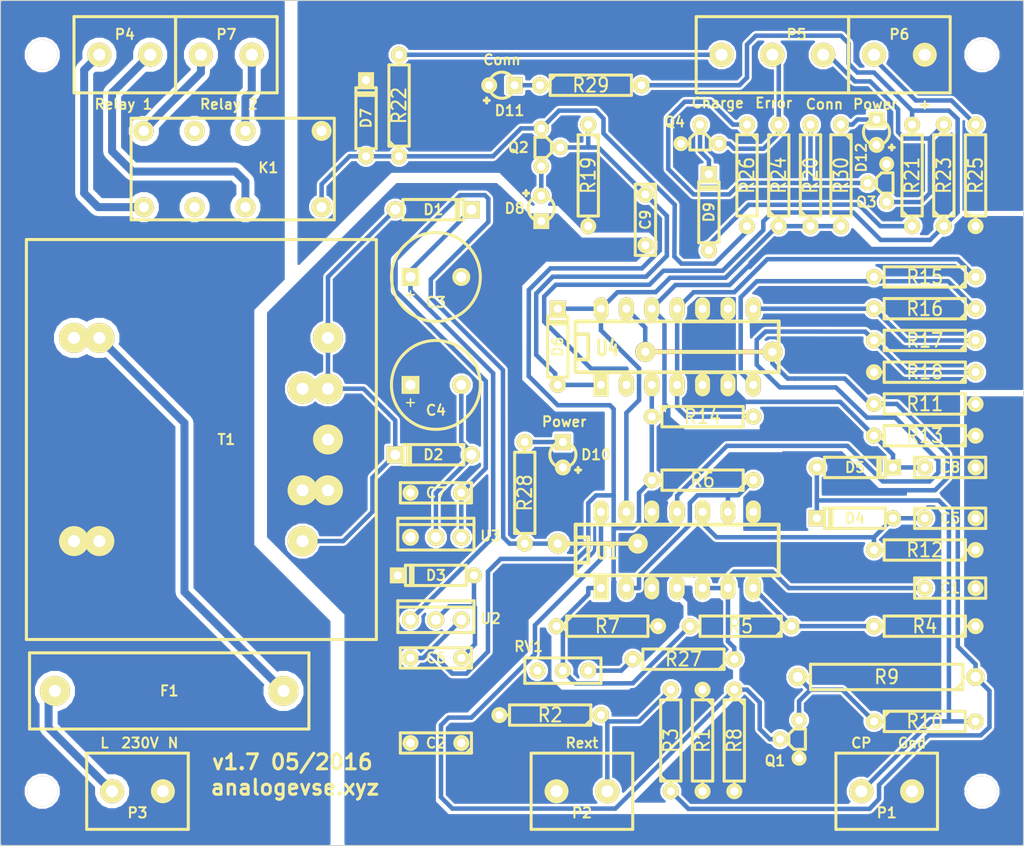
<source format=kicad_pcb>
(kicad_pcb (version 4) (host pcbnew "(2015-12-17 BZR 6381)-product")
  (title_block (title AnalogEVSE) (date 2016-01-31) (rev 1.6) (comment 1 "Analog J1772 charge controller"))
  (layers (0 F.Cu signal) (31 B.Cu signal) (34 B.Paste user) (35 F.Paste user) (36 B.SilkS user) (37 F.SilkS user) (38 B.Mask user) (39 F.Mask user) (44 Edge.Cuts user))
  (net 0 "")
  (net 1 +12V)
  (net 2 -12V)
  (net 3 GND)
  (net 4 Vcharge)
  (net 5 Vconn)
  (net 6 Vmin)
  (net 7 Vneg)
  (net 8 "Net-(C1-Pad1)")
  (net 9 "Net-(C2-Pad1)")
  (net 10 "Net-(C3-Pad1)")
  (net 11 "Net-(C4-Pad2)")
  (net 12 "Net-(C5-Pad1)")
  (net 13 "Net-(C6-Pad1)")
  (net 14 "Net-(C8-Pad1)")
  (net 15 "Net-(C9-Pad1)")
  (net 16 "Net-(D1-Pad1)")
  (net 17 "Net-(D4-Pad2)")
  (net 18 "Net-(D6-Pad2)")
  (net 19 "Net-(D7-Pad1)")
  (net 20 "Net-(D8-Pad1)")
  (net 21 "Net-(D9-Pad2)")
  (net 22 "Net-(D9-Pad1)")
  (net 23 "Net-(F1-Pad1)")
  (net 24 "Net-(F1-Pad2)")
  (net 25 "Net-(K1-Pad16)")
  (net 26 "Net-(K1-Pad1)")
  (net 27 "Net-(K1-Pad3)")
  (net 28 "Net-(K1-Pad5)")
  (net 29 "Net-(K1-Pad12)")
  (net 30 "Net-(K1-Pad14)")
  (net 31 "Net-(P2-Pad2)")
  (net 32 "Net-(P3-Pad2)")
  (net 33 "Net-(P5-Pad2)")
  (net 34 "Net-(Q1-Pad2)")
  (net 35 "Net-(Q1-Pad1)")
  (net 36 "Net-(Q3-Pad2)")
  (net 37 "Net-(R4-Pad2)")
  (net 38 "Net-(R5-Pad2)")
  (net 39 "Net-(R6-Pad1)")
  (net 40 "Net-(R11-Pad2)")
  (net 41 "Net-(R21-Pad2)")
  (net 42 "Net-(RV1-Pad1)")
  (net 43 "Net-(R27-Pad2)")
  (net 44 "Net-(P5-Pad1)")
  (net 45 "Net-(P5-Pad3)")
  (net 46 "Net-(D10-Pad2)")
  (net 47 "Net-(P6-Pad2)")
  (net 48 "Net-(D11-Pad2)")
  (net 49 "Net-(D12-Pad2)")
  (module DrillPad-3mm (layer F.Cu) (at 45.085 38.735)
    (fp_text reference "" hide)
    (fp_text value WireBridgePad hide)
    (pad "" thru_hole circle (at 0 0) (size 3 3) (drill 3) (layers *.Cu *.Mask F.SilkS))
  )
  (module mylib:C2 (layer F.Cu) (at 135.89 92.075)
    (fp_text reference C1 (at 0 0) (layer F.SilkS) (effects (font (size 1.016 1.016) (thickness 0.2032))))
    (fp_text value 5n6 hide)
    (pad 1 thru_hole circle (at -2.54 0) (size 1.6 1.6) (drill 0.8) (layers *.Cu *.Mask F.SilkS) (net 8 "Net-(C1-Pad1)"))
    (pad 2 thru_hole circle (at 2.54 0) (size 1.6 1.6) (drill 0.8) (layers *.Cu *.Mask F.SilkS) (net 3 GND))
  )
  (module mylib:C2 (layer F.Cu) (at 84.455 107.569 180)
    (fp_text reference C2 (at 0 0 180) (layer F.SilkS) (effects (font (size 1.016 1.016) (thickness 0.2032))))
    (fp_text value 100n hide)
    (pad 1 thru_hole circle (at -2.54 0 180) (size 1.6 1.6) (drill 0.8) (layers *.Cu *.Mask F.SilkS) (net 9 "Net-(C2-Pad1)"))
    (pad 2 thru_hole circle (at 2.54 0 180) (size 1.6 1.6) (drill 0.8) (layers *.Cu *.Mask F.SilkS) (net 3 GND))
  )
  (module mylib:C2 (layer F.Cu) (at 135.89 85.09)
    (fp_text reference C5 (at 0 0) (layer F.SilkS) (effects (font (size 1.016 1.016) (thickness 0.2032))))
    (fp_text value 100n hide)
    (pad 1 thru_hole circle (at -2.54 0) (size 1.6 1.6) (drill 0.8) (layers *.Cu *.Mask F.SilkS) (net 12 "Net-(C5-Pad1)"))
    (pad 2 thru_hole circle (at 2.54 0) (size 1.6 1.6) (drill 0.8) (layers *.Cu *.Mask F.SilkS) (net 3 GND))
  )
  (module mylib:C2 (layer F.Cu) (at 84.455 99.06 180)
    (fp_text reference C6 (at 0 0 180) (layer F.SilkS) (effects (font (size 1.016 1.016) (thickness 0.2032))))
    (fp_text value 100n hide)
    (pad 1 thru_hole circle (at -2.54 0 180) (size 1.6 1.6) (drill 0.8) (layers *.Cu *.Mask F.SilkS) (net 13 "Net-(C6-Pad1)"))
    (pad 2 thru_hole circle (at 2.54 0 180) (size 1.6 1.6) (drill 0.8) (layers *.Cu *.Mask F.SilkS) (net 1 +12V))
  )
  (module mylib:C2 (layer F.Cu) (at 84.455 82.55 180)
    (fp_text reference C7 (at 0 0 180) (layer F.SilkS) (effects (font (size 1.016 1.016) (thickness 0.2032))))
    (fp_text value 220n hide)
    (pad 1 thru_hole circle (at -2.54 0 180) (size 1.6 1.6) (drill 0.8) (layers *.Cu *.Mask F.SilkS) (net 2 -12V))
    (pad 2 thru_hole circle (at 2.54 0 180) (size 1.6 1.6) (drill 0.8) (layers *.Cu *.Mask F.SilkS) (net 3 GND))
  )
  (module mylib:C2 (layer F.Cu) (at 135.89 80.01)
    (fp_text reference C8 (at 0 0) (layer F.SilkS) (effects (font (size 1.016 1.016) (thickness 0.2032))))
    (fp_text value 100n hide)
    (pad 1 thru_hole circle (at -2.54 0) (size 1.6 1.6) (drill 0.8) (layers *.Cu *.Mask F.SilkS) (net 14 "Net-(C8-Pad1)"))
    (pad 2 thru_hole circle (at 2.54 0) (size 1.6 1.6) (drill 0.8) (layers *.Cu *.Mask F.SilkS) (net 3 GND))
  )
  (module mylib:C2 (layer F.Cu) (at 105.41 55.245 270)
    (fp_text reference C9 (at 0 0 270) (layer F.SilkS) (effects (font (size 1.016 1.016) (thickness 0.2032))))
    (fp_text value 1u/16V hide)
    (pad 1 thru_hole circle (at -2.54 0 270) (size 1.6 1.6) (drill 0.8) (layers *.Cu *.Mask F.SilkS) (net 15 "Net-(C9-Pad1)"))
    (pad 2 thru_hole circle (at 2.54 0 270) (size 1.6 1.6) (drill 0.8) (layers *.Cu *.Mask F.SilkS) (net 3 GND))
  )
  (module mylib:D3 (layer F.Cu) (at 126.365 85.09 180)
    (fp_text reference D4 (at 0 0 180) (layer F.SilkS) (effects (font (size 1.016 1.016) (thickness 0.2032))))
    (fp_text value 1N4148 hide)
    (pad 2 thru_hole rect (at 3.81 0 180) (size 1.6 1.6) (drill 0.8) (layers *.Cu *.Mask F.SilkS) (net 17 "Net-(D4-Pad2)"))
    (pad 1 thru_hole circle (at -3.81 0 180) (size 1.6 1.6) (drill 0.8) (layers *.Cu *.Mask F.SilkS) (net 12 "Net-(C5-Pad1)"))
  )
  (module mylib:D3 (layer F.Cu) (at 126.365 80.01)
    (fp_text reference D5 (at 0 0) (layer F.SilkS) (effects (font (size 1.016 1.016) (thickness 0.2032))))
    (fp_text value 1N4148 hide)
    (pad 2 thru_hole rect (at 3.81 0) (size 1.6 1.6) (drill 0.8) (layers *.Cu *.Mask F.SilkS) (net 14 "Net-(C8-Pad1)"))
    (pad 1 thru_hole circle (at -3.81 0) (size 1.6 1.6) (drill 0.8) (layers *.Cu *.Mask F.SilkS) (net 17 "Net-(D4-Pad2)"))
  )
  (module mylib:D3 (layer F.Cu) (at 96.647 67.945 90)
    (fp_text reference D6 (at 0 0 90) (layer F.SilkS) (effects (font (size 1.016 1.016) (thickness 0.2032))))
    (fp_text value 1N4148 hide)
    (pad 2 thru_hole rect (at 3.81 0 90) (size 1.6 1.6) (drill 0.8) (layers *.Cu *.Mask F.SilkS) (net 18 "Net-(D6-Pad2)"))
    (pad 1 thru_hole circle (at -3.81 0 90) (size 1.6 1.6) (drill 0.8) (layers *.Cu *.Mask F.SilkS) (net 15 "Net-(C9-Pad1)"))
  )
  (module mylib:D3 (layer F.Cu) (at 77.47 45.085 90)
    (fp_text reference D7 (at 0 0 90) (layer F.SilkS) (effects (font (size 1.016 1.016) (thickness 0.2032))))
    (fp_text value 1N4148 hide)
    (pad 2 thru_hole rect (at 3.81 0 90) (size 1.6 1.6) (drill 0.8) (layers *.Cu *.Mask F.SilkS) (net 1 +12V))
    (pad 1 thru_hole circle (at -3.81 0 90) (size 1.6 1.6) (drill 0.8) (layers *.Cu *.Mask F.SilkS) (net 19 "Net-(D7-Pad1)"))
  )
  (module mylib:D3 (layer F.Cu) (at 111.76 54.483 90)
    (fp_text reference D9 (at 0 0 90) (layer F.SilkS) (effects (font (size 1.016 1.016) (thickness 0.2032))))
    (fp_text value SD101C hide)
    (pad 2 thru_hole rect (at 3.81 0 90) (size 1.6 1.6) (drill 0.8) (layers *.Cu *.Mask F.SilkS) (net 21 "Net-(D9-Pad2)"))
    (pad 1 thru_hole circle (at -3.81 0 90) (size 1.6 1.6) (drill 0.8) (layers *.Cu *.Mask F.SilkS) (net 22 "Net-(D9-Pad1)"))
  )
  (module mylib:R4-LARGE_PADS (layer F.Cu) (at 111.125 107.315 270)
    (fp_text reference R1 (at 0 0 270) (layer F.SilkS) (effects (font (size 1.397 1.27) (thickness 0.2032))))
    (fp_text value 5k6 hide)
    (pad 1 thru_hole circle (at -5.08 0 270) (size 1.6 1.6) (drill 0.8) (layers *.Cu *.Mask F.SilkS) (net 9 "Net-(C2-Pad1)"))
    (pad 2 thru_hole circle (at 5.08 0 270) (size 1.6 1.6) (drill 0.8) (layers *.Cu *.Mask F.SilkS) (net 1 +12V))
  )
  (module mylib:R4-LARGE_PADS (layer F.Cu) (at 95.885 104.775 180)
    (fp_text reference R2 (at 0 0 180) (layer F.SilkS) (effects (font (size 1.397 1.27) (thickness 0.2032))))
    (fp_text value 10k hide)
    (pad 1 thru_hole circle (at -5.08 0 180) (size 1.6 1.6) (drill 0.8) (layers *.Cu *.Mask F.SilkS) (net 31 "Net-(P2-Pad2)"))
    (pad 2 thru_hole circle (at 5.08 0 180) (size 1.6 1.6) (drill 0.8) (layers *.Cu *.Mask F.SilkS) (net 9 "Net-(C2-Pad1)"))
  )
  (module mylib:R4-LARGE_PADS (layer F.Cu) (at 107.95 107.315 90)
    (fp_text reference R3 (at 0 0 90) (layer F.SilkS) (effects (font (size 1.397 1.27) (thickness 0.2032))))
    (fp_text value 1k5 hide)
    (pad 1 thru_hole circle (at -5.08 0 90) (size 1.6 1.6) (drill 0.8) (layers *.Cu *.Mask F.SilkS) (net 2 -12V))
    (pad 2 thru_hole circle (at 5.08 0 90) (size 1.6 1.6) (drill 0.8) (layers *.Cu *.Mask F.SilkS) (net 31 "Net-(P2-Pad2)"))
  )
  (module mylib:R4-LARGE_PADS (layer F.Cu) (at 133.35 95.885 180)
    (fp_text reference R4 (at 0 0 180) (layer F.SilkS) (effects (font (size 1.397 1.27) (thickness 0.2032))))
    (fp_text value 100k hide)
    (pad 1 thru_hole circle (at -5.08 0 180) (size 1.6 1.6) (drill 0.8) (layers *.Cu *.Mask F.SilkS) (net 3 GND))
    (pad 2 thru_hole circle (at 5.08 0 180) (size 1.6 1.6) (drill 0.8) (layers *.Cu *.Mask F.SilkS) (net 37 "Net-(R4-Pad2)"))
  )
  (module mylib:R4-LARGE_PADS (layer F.Cu) (at 114.935 95.885 180)
    (fp_text reference R5 (at 0 0 180) (layer F.SilkS) (effects (font (size 1.397 1.27) (thickness 0.2032))))
    (fp_text value 100k hide)
    (pad 1 thru_hole circle (at -5.08 0 180) (size 1.6 1.6) (drill 0.8) (layers *.Cu *.Mask F.SilkS) (net 37 "Net-(R4-Pad2)"))
    (pad 2 thru_hole circle (at 5.08 0 180) (size 1.6 1.6) (drill 0.8) (layers *.Cu *.Mask F.SilkS) (net 38 "Net-(R5-Pad2)"))
  )
  (module mylib:R4-LARGE_PADS (layer F.Cu) (at 111.125 81.28 180)
    (fp_text reference R6 (at 0 0 180) (layer F.SilkS) (effects (font (size 1.397 1.27) (thickness 0.2032))))
    (fp_text value 10k hide)
    (pad 1 thru_hole circle (at -5.08 0 180) (size 1.6 1.6) (drill 0.8) (layers *.Cu *.Mask F.SilkS) (net 39 "Net-(R6-Pad1)"))
    (pad 2 thru_hole circle (at 5.08 0 180) (size 1.6 1.6) (drill 0.8) (layers *.Cu *.Mask F.SilkS) (net 1 +12V))
  )
  (module mylib:R4-LARGE_PADS (layer F.Cu) (at 101.6 95.885)
    (fp_text reference R7 (at 0 0) (layer F.SilkS) (effects (font (size 1.397 1.27) (thickness 0.2032))))
    (fp_text value 10k hide)
    (pad 1 thru_hole circle (at -5.08 0) (size 1.6 1.6) (drill 0.8) (layers *.Cu *.Mask F.SilkS) (net 38 "Net-(R5-Pad2)"))
    (pad 2 thru_hole circle (at 5.08 0) (size 1.6 1.6) (drill 0.8) (layers *.Cu *.Mask F.SilkS) (net 1 +12V))
  )
  (module mylib:R4-LARGE_PADS (layer F.Cu) (at 114.3 107.315 270)
    (fp_text reference R8 (at 0 0 270) (layer F.SilkS) (effects (font (size 1.397 1.27) (thickness 0.2032))))
    (fp_text value 10k hide)
    (pad 1 thru_hole circle (at -5.08 0 270) (size 1.6 1.6) (drill 0.8) (layers *.Cu *.Mask F.SilkS) (net 34 "Net-(Q1-Pad2)"))
    (pad 2 thru_hole circle (at 5.08 0 270) (size 1.6 1.6) (drill 0.8) (layers *.Cu *.Mask F.SilkS) (net 1 +12V))
  )
  (module mylib:R4-LARGE_PADS (layer F.Cu) (at 133.35 105.41)
    (fp_text reference R10 (at 0 0) (layer F.SilkS) (effects (font (size 1.397 1.27) (thickness 0.2032))))
    (fp_text value 1k hide)
    (pad 1 thru_hole circle (at -5.08 0) (size 1.6 1.6) (drill 0.8) (layers *.Cu *.Mask F.SilkS) (net 35 "Net-(Q1-Pad1)"))
    (pad 2 thru_hole circle (at 5.08 0) (size 1.6 1.6) (drill 0.8) (layers *.Cu *.Mask F.SilkS) (net 17 "Net-(D4-Pad2)"))
  )
  (module mylib:R4-LARGE_PADS (layer F.Cu) (at 133.35 73.66 180)
    (fp_text reference R11 (at 0 0 180) (layer F.SilkS) (effects (font (size 1.397 1.27) (thickness 0.2032))))
    (fp_text value 10k hide)
    (pad 1 thru_hole circle (at -5.08 0 180) (size 1.6 1.6) (drill 0.8) (layers *.Cu *.Mask F.SilkS) (net 3 GND))
    (pad 2 thru_hole circle (at 5.08 0 180) (size 1.6 1.6) (drill 0.8) (layers *.Cu *.Mask F.SilkS) (net 40 "Net-(R11-Pad2)"))
  )
  (module mylib:R4-LARGE_PADS (layer F.Cu) (at 133.35 88.265 180)
    (fp_text reference R12 (at 0 0 180) (layer F.SilkS) (effects (font (size 1.397 1.27) (thickness 0.2032))))
    (fp_text value 1M hide)
    (pad 1 thru_hole circle (at -5.08 0 180) (size 1.6 1.6) (drill 0.8) (layers *.Cu *.Mask F.SilkS) (net 3 GND))
    (pad 2 thru_hole circle (at 5.08 0 180) (size 1.6 1.6) (drill 0.8) (layers *.Cu *.Mask F.SilkS) (net 12 "Net-(C5-Pad1)"))
  )
  (module mylib:R4-LARGE_PADS (layer F.Cu) (at 133.35 76.835 180)
    (fp_text reference R13 (at 0 0 180) (layer F.SilkS) (effects (font (size 1.397 1.27) (thickness 0.2032))))
    (fp_text value 1M hide)
    (pad 1 thru_hole circle (at -5.08 0 180) (size 1.6 1.6) (drill 0.8) (layers *.Cu *.Mask F.SilkS) (net 3 GND))
    (pad 2 thru_hole circle (at 5.08 0 180) (size 1.6 1.6) (drill 0.8) (layers *.Cu *.Mask F.SilkS) (net 14 "Net-(C8-Pad1)"))
  )
  (module mylib:R4-LARGE_PADS (layer F.Cu) (at 111.125 74.93)
    (fp_text reference R14 (at 0 0) (layer F.SilkS) (effects (font (size 1.397 1.27) (thickness 0.2032))))
    (fp_text value 3k3 hide)
    (pad 1 thru_hole circle (at -5.08 0) (size 1.6 1.6) (drill 0.8) (layers *.Cu *.Mask F.SilkS) (net 1 +12V))
    (pad 2 thru_hole circle (at 5.08 0) (size 1.6 1.6) (drill 0.8) (layers *.Cu *.Mask F.SilkS) (net 5 Vconn))
  )
  (module mylib:R4-LARGE_PADS (layer F.Cu) (at 133.35 60.96 180)
    (fp_text reference R15 (at 0 0 180) (layer F.SilkS) (effects (font (size 1.397 1.27) (thickness 0.2032))))
    (fp_text value 2k7 hide)
    (pad 1 thru_hole circle (at -5.08 0 180) (size 1.6 1.6) (drill 0.8) (layers *.Cu *.Mask F.SilkS) (net 5 Vconn))
    (pad 2 thru_hole circle (at 5.08 0 180) (size 1.6 1.6) (drill 0.8) (layers *.Cu *.Mask F.SilkS) (net 4 Vcharge))
  )
  (module mylib:R4-LARGE_PADS (layer F.Cu) (at 133.35 64.135 180)
    (fp_text reference R16 (at 0 0 180) (layer F.SilkS) (effects (font (size 1.397 1.27) (thickness 0.2032))))
    (fp_text value 2k2 hide)
    (pad 1 thru_hole circle (at -5.08 0 180) (size 1.6 1.6) (drill 0.8) (layers *.Cu *.Mask F.SilkS) (net 4 Vcharge))
    (pad 2 thru_hole circle (at 5.08 0 180) (size 1.6 1.6) (drill 0.8) (layers *.Cu *.Mask F.SilkS) (net 6 Vmin))
  )
  (module mylib:R4-LARGE_PADS (layer F.Cu) (at 133.35 67.31 180)
    (fp_text reference R17 (at 0 0 180) (layer F.SilkS) (effects (font (size 1.397 1.27) (thickness 0.2032))))
    (fp_text value 15k hide)
    (pad 1 thru_hole circle (at -5.08 0 180) (size 1.6 1.6) (drill 0.8) (layers *.Cu *.Mask F.SilkS) (net 6 Vmin))
    (pad 2 thru_hole circle (at 5.08 0 180) (size 1.6 1.6) (drill 0.8) (layers *.Cu *.Mask F.SilkS) (net 7 Vneg))
  )
  (module mylib:R4-LARGE_PADS (layer F.Cu) (at 133.35 70.485 180)
    (fp_text reference R18 (at 0 0 180) (layer F.SilkS) (effects (font (size 1.397 1.27) (thickness 0.2032))))
    (fp_text value 1k hide)
    (pad 1 thru_hole circle (at -5.08 0 180) (size 1.6 1.6) (drill 0.8) (layers *.Cu *.Mask F.SilkS) (net 7 Vneg))
    (pad 2 thru_hole circle (at 5.08 0 180) (size 1.6 1.6) (drill 0.8) (layers *.Cu *.Mask F.SilkS) (net 2 -12V))
  )
  (module mylib:R4-LARGE_PADS (layer F.Cu) (at 99.695 50.8 270)
    (fp_text reference R19 (at 0 0 270) (layer F.SilkS) (effects (font (size 1.397 1.27) (thickness 0.2032))))
    (fp_text value 47k hide)
    (pad 1 thru_hole circle (at -5.08 0 270) (size 1.6 1.6) (drill 0.8) (layers *.Cu *.Mask F.SilkS) (net 15 "Net-(C9-Pad1)"))
    (pad 2 thru_hole circle (at 5.08 0 270) (size 1.6 1.6) (drill 0.8) (layers *.Cu *.Mask F.SilkS) (net 1 +12V))
  )
  (module mylib:R4-LARGE_PADS (layer F.Cu) (at 121.92 50.8 90)
    (fp_text reference R20 (at 0 0 90) (layer F.SilkS) (effects (font (size 1.397 1.27) (thickness 0.2032))))
    (fp_text value 100k hide)
    (pad 1 thru_hole circle (at -5.08 0 90) (size 1.6 1.6) (drill 0.8) (layers *.Cu *.Mask F.SilkS) (net 18 "Net-(D6-Pad2)"))
    (pad 2 thru_hole circle (at 5.08 0 90) (size 1.6 1.6) (drill 0.8) (layers *.Cu *.Mask F.SilkS) (net 36 "Net-(Q3-Pad2)"))
  )
  (module mylib:R4-LARGE_PADS (layer F.Cu) (at 132.08 50.8 90)
    (fp_text reference R21 (at 0 0 90) (layer F.SilkS) (effects (font (size 1.397 1.27) (thickness 0.2032))))
    (fp_text value 10k hide)
    (pad 1 thru_hole circle (at -5.08 0 90) (size 1.6 1.6) (drill 0.8) (layers *.Cu *.Mask F.SilkS) (net 22 "Net-(D9-Pad1)"))
    (pad 2 thru_hole circle (at 5.08 0 90) (size 1.6 1.6) (drill 0.8) (layers *.Cu *.Mask F.SilkS) (net 41 "Net-(R21-Pad2)"))
  )
  (module mylib:R4-LARGE_PADS (layer F.Cu) (at 80.772 43.815 90)
    (fp_text reference R22 (at 0 0 90) (layer F.SilkS) (effects (font (size 1.397 1.27) (thickness 0.2032))))
    (fp_text value 2k2 hide)
    (pad 1 thru_hole circle (at -5.08 0 90) (size 1.6 1.6) (drill 0.8) (layers *.Cu *.Mask F.SilkS) (net 19 "Net-(D7-Pad1)"))
    (pad 2 thru_hole circle (at 5.08 0 90) (size 1.6 1.6) (drill 0.8) (layers *.Cu *.Mask F.SilkS) (net 44 "Net-(P5-Pad1)"))
  )
  (module mylib:R4-LARGE_PADS (layer F.Cu) (at 135.255 50.8 90)
    (fp_text reference R23 (at 0 0 90) (layer F.SilkS) (effects (font (size 1.397 1.27) (thickness 0.2032))))
    (fp_text value 4k7 hide)
    (pad 1 thru_hole circle (at -5.08 0 90) (size 1.6 1.6) (drill 0.8) (layers *.Cu *.Mask F.SilkS) (net 41 "Net-(R21-Pad2)"))
    (pad 2 thru_hole circle (at 5.08 0 90) (size 1.6 1.6) (drill 0.8) (layers *.Cu *.Mask F.SilkS) (net 45 "Net-(P5-Pad3)"))
  )
  (module mylib:R4-LARGE_PADS (layer F.Cu) (at 118.745 50.8 90)
    (fp_text reference R24 (at 0 0 90) (layer F.SilkS) (effects (font (size 1.397 1.27) (thickness 0.2032))))
    (fp_text value 4k7 hide)
    (pad 1 thru_hole circle (at -5.08 0 90) (size 1.6 1.6) (drill 0.8) (layers *.Cu *.Mask F.SilkS) (net 18 "Net-(D6-Pad2)"))
    (pad 2 thru_hole circle (at 5.08 0 90) (size 1.6 1.6) (drill 0.8) (layers *.Cu *.Mask F.SilkS) (net 33 "Net-(P5-Pad2)"))
  )
  (module mylib:R4-LARGE_PADS (layer F.Cu) (at 138.43 50.8 90)
    (fp_text reference R25 (at 0 0 90) (layer F.SilkS) (effects (font (size 1.397 1.27) (thickness 0.2032))))
    (fp_text value 4k7 hide)
    (pad 1 thru_hole circle (at -5.08 0 90) (size 1.6 1.6) (drill 0.8) (layers *.Cu *.Mask F.SilkS) (net 2 -12V))
    (pad 2 thru_hole circle (at 5.08 0 90) (size 1.6 1.6) (drill 0.8) (layers *.Cu *.Mask F.SilkS) (net 47 "Net-(P6-Pad2)"))
  )
  (module mylib:R4-LARGE_PADS (layer F.Cu) (at 115.57 50.8 270)
    (fp_text reference R26 (at 0 0 270) (layer F.SilkS) (effects (font (size 1.397 1.27) (thickness 0.2032))))
    (fp_text value 100k hide)
    (pad 1 thru_hole circle (at -5.08 0 270) (size 1.6 1.6) (drill 0.8) (layers *.Cu *.Mask F.SilkS) (net 36 "Net-(Q3-Pad2)"))
    (pad 2 thru_hole circle (at 5.08 0 270) (size 1.6 1.6) (drill 0.8) (layers *.Cu *.Mask F.SilkS) (net 19 "Net-(D7-Pad1)"))
  )
  (module mylib:D3-big (layer F.Cu) (at 84.201 54.229)
    (fp_text reference D1 (at 0 0) (layer F.SilkS) (effects (font (size 1.016 1.016) (thickness 0.2032))))
    (fp_text value 1N4002 hide)
    (pad 2 thru_hole rect (at 3.81 0) (size 1.7 1.7) (drill 1) (layers *.Cu *.Mask F.SilkS) (net 10 "Net-(C3-Pad1)"))
    (pad 1 thru_hole circle (at -3.81 0) (size 1.7 1.7) (drill 1) (layers *.Cu *.Mask F.SilkS) (net 16 "Net-(D1-Pad1)"))
  )
  (module mylib:D3-big (layer F.Cu) (at 84.201 78.74 180)
    (fp_text reference D2 (at 0 0 180) (layer F.SilkS) (effects (font (size 1.016 1.016) (thickness 0.2032))))
    (fp_text value 1N4002 hide)
    (pad 2 thru_hole rect (at 3.81 0 180) (size 1.7 1.7) (drill 1) (layers *.Cu *.Mask F.SilkS) (net 16 "Net-(D1-Pad1)"))
    (pad 1 thru_hole circle (at -3.81 0 180) (size 1.7 1.7) (drill 1) (layers *.Cu *.Mask F.SilkS) (net 11 "Net-(C4-Pad2)"))
  )
  (module mylib:R8 (layer F.Cu) (at 129.54 100.965 180)
    (fp_text reference R9 (at 0 0 180) (layer F.SilkS) (effects (font (size 1.397 1.27) (thickness 0.2032))))
    (fp_text value 1k/1W hide)
    (pad 1 thru_hole circle (at -8.89 0 180) (size 1.8 1.8) (drill 1) (layers *.Cu *.Mask F.SilkS) (net 2 -12V))
    (pad 2 thru_hole circle (at 8.89 0 180) (size 1.8 1.8) (drill 1) (layers *.Cu *.Mask F.SilkS) (net 35 "Net-(Q1-Pad1)"))
  )
  (module mylib:D3 (layer F.Cu) (at 84.455 90.805 180)
    (fp_text reference D3 (at 0 0 180) (layer F.SilkS) (effects (font (size 1.016 1.016) (thickness 0.2032))))
    (fp_text value 1N4148 hide)
    (pad 2 thru_hole rect (at 3.81 0 180) (size 1.6 1.6) (drill 0.8) (layers *.Cu *.Mask F.SilkS) (net 3 GND))
    (pad 1 thru_hole circle (at -3.81 0 180) (size 1.6 1.6) (drill 0.8) (layers *.Cu *.Mask F.SilkS) (net 13 "Net-(C6-Pad1)"))
  )
  (module mylib:R4-LARGE_PADS (layer F.Cu) (at 109.22 99.187 180)
    (fp_text reference R27 (at 0 0 180) (layer F.SilkS) (effects (font (size 1.397 1.27) (thickness 0.2032))))
    (fp_text value 47k hide)
    (pad 1 thru_hole circle (at -5.08 0 180) (size 1.6 1.6) (drill 0.8) (layers *.Cu *.Mask F.SilkS) (net 8 "Net-(C1-Pad1)"))
    (pad 2 thru_hole circle (at 5.08 0 180) (size 1.6 1.6) (drill 0.8) (layers *.Cu *.Mask F.SilkS) (net 43 "Net-(R27-Pad2)"))
  )
  (module mylib:C3 (layer F.Cu) (at 84.455 60.96)
    (fp_text reference C3 (at 0 2.54) (layer F.SilkS) (effects (font (size 1.016 1.016) (thickness 0.2032))))
    (fp_text value 220u/25V hide)
    (pad 1 thru_hole rect (at -2.54 0) (size 1.8 1.8) (drill 1) (layers *.Cu *.Mask F.SilkS) (net 10 "Net-(C3-Pad1)"))
    (pad 2 thru_hole circle (at 2.54 0) (size 1.8 1.8) (drill 1) (layers *.Cu *.Mask F.SilkS) (net 3 GND))
  )
  (module mylib:C3 (layer F.Cu) (at 84.455 71.755)
    (fp_text reference C4 (at 0 2.54) (layer F.SilkS) (effects (font (size 1.016 1.016) (thickness 0.2032))))
    (fp_text value 220u/25V hide)
    (pad 1 thru_hole rect (at -2.54 0) (size 1.8 1.8) (drill 1) (layers *.Cu *.Mask F.SilkS) (net 3 GND))
    (pad 2 thru_hole circle (at 2.54 0) (size 1.8 1.8) (drill 1) (layers *.Cu *.Mask F.SilkS) (net 11 "Net-(C4-Pad2)"))
  )
  (module mylib:IC-DIP-14 (layer F.Cu) (at 108.585 88.265)
    (fp_text reference U1 (at -6.985 0.127) (layer F.SilkS) (effects (font (size 1.524 1.143) (thickness 0.3048))))
    (fp_text value LM2901 hide)
    (pad 1 thru_hole rect (at -7.62 3.81) (size 1.5 2.286) (drill 0.8) (layers *.Cu *.Mask F.SilkS) (net 38 "Net-(R5-Pad2)"))
    (pad 2 thru_hole oval (at -5.08 3.81) (size 1.5 2.286) (drill 0.8) (layers *.Cu *.Mask F.SilkS) (net 39 "Net-(R6-Pad1)"))
    (pad 3 thru_hole oval (at -2.54 3.81) (size 1.5 2.286) (drill 0.8) (layers *.Cu *.Mask F.SilkS) (net 1 +12V))
    (pad 4 thru_hole oval (at 0 3.81) (size 1.5 2.286) (drill 0.8) (layers *.Cu *.Mask F.SilkS) (net 9 "Net-(C2-Pad1)"))
    (pad 5 thru_hole oval (at 2.54 3.81) (size 1.5 2.286) (drill 0.8) (layers *.Cu *.Mask F.SilkS) (net 8 "Net-(C1-Pad1)"))
    (pad 6 thru_hole oval (at 5.08 3.81) (size 1.5 2.286) (drill 0.8) (layers *.Cu *.Mask F.SilkS) (net 8 "Net-(C1-Pad1)"))
    (pad 7 thru_hole oval (at 7.62 3.81) (size 1.5 2.286) (drill 0.8) (layers *.Cu *.Mask F.SilkS) (net 37 "Net-(R4-Pad2)"))
    (pad 8 thru_hole oval (at 7.62 -3.81) (size 1.5 2.286) (drill 0.8) (layers *.Cu *.Mask F.SilkS) (net 40 "Net-(R11-Pad2)"))
    (pad 9 thru_hole oval (at 5.08 -3.81) (size 1.5 2.286) (drill 0.8) (layers *.Cu *.Mask F.SilkS) (net 39 "Net-(R6-Pad1)"))
    (pad 10 thru_hole oval (at 2.54 -3.81) (size 1.5 2.286) (drill 0.8) (layers *.Cu *.Mask F.SilkS) (net 12 "Net-(C5-Pad1)"))
    (pad 11 thru_hole oval (at 0 -3.81) (size 1.5 2.286) (drill 0.8) (layers *.Cu *.Mask F.SilkS) (net 7 Vneg))
    (pad 12 thru_hole oval (at -2.54 -3.81) (size 1.5 2.286) (drill 0.8) (layers *.Cu *.Mask F.SilkS) (net 2 -12V))
    (pad 13 thru_hole oval (at -5.08 -3.81) (size 1.5 2.286) (drill 0.8) (layers *.Cu *.Mask F.SilkS) (net 18 "Net-(D6-Pad2)"))
    (pad 14 thru_hole oval (at -7.62 -3.81) (size 1.5 2.286) (drill 0.8) (layers *.Cu *.Mask F.SilkS) (net 34 "Net-(Q1-Pad2)"))
  )
  (module mylib:IC-DIP-14 (layer F.Cu) (at 108.585 67.945)
    (fp_text reference U4 (at -6.985 0.127) (layer F.SilkS) (effects (font (size 1.524 1.143) (thickness 0.3048))))
    (fp_text value LM2901 hide)
    (pad 1 thru_hole rect (at -7.62 3.81) (size 1.5 2.286) (drill 0.8) (layers *.Cu *.Mask F.SilkS) (net 15 "Net-(C9-Pad1)"))
    (pad 2 thru_hole oval (at -5.08 3.81) (size 1.5 2.286) (drill 0.8) (layers *.Cu *.Mask F.SilkS) (net 41 "Net-(R21-Pad2)"))
    (pad 3 thru_hole oval (at -2.54 3.81) (size 1.5 2.286) (drill 0.8) (layers *.Cu *.Mask F.SilkS) (net 1 +12V))
    (pad 4 thru_hole oval (at 0 3.81) (size 1.5 2.286) (drill 0.8) (layers *.Cu *.Mask F.SilkS) (net 5 Vconn))
    (pad 5 thru_hole oval (at 2.54 3.81) (size 1.5 2.286) (drill 0.8) (layers *.Cu *.Mask F.SilkS) (net 14 "Net-(C8-Pad1)"))
    (pad 6 thru_hole oval (at 5.08 3.81) (size 1.5 2.286) (drill 0.8) (layers *.Cu *.Mask F.SilkS) (net 14 "Net-(C8-Pad1)"))
    (pad 7 thru_hole oval (at 7.62 3.81) (size 1.5 2.286) (drill 0.8) (layers *.Cu *.Mask F.SilkS) (net 4 Vcharge))
    (pad 8 thru_hole oval (at 7.62 -3.81) (size 1.5 2.286) (drill 0.8) (layers *.Cu *.Mask F.SilkS) (net 6 Vmin))
    (pad 9 thru_hole oval (at 5.08 -3.81) (size 1.5 2.286) (drill 0.8) (layers *.Cu *.Mask F.SilkS) (net 14 "Net-(C8-Pad1)"))
    (pad 10 thru_hole oval (at 2.54 -3.81) (size 1.5 2.286) (drill 0.8) (layers *.Cu *.Mask F.SilkS) (net 14 "Net-(C8-Pad1)"))
    (pad 11 thru_hole oval (at 0 -3.81) (size 1.5 2.286) (drill 0.8) (layers *.Cu *.Mask F.SilkS) (net 5 Vconn))
    (pad 12 thru_hole oval (at -2.54 -3.81) (size 1.5 2.286) (drill 0.8) (layers *.Cu *.Mask F.SilkS) (net 2 -12V))
    (pad 13 thru_hole oval (at -5.08 -3.81) (size 1.5 2.286) (drill 0.8) (layers *.Cu *.Mask F.SilkS) (net 40 "Net-(R11-Pad2)"))
    (pad 14 thru_hole oval (at -7.62 -3.81) (size 1.5 2.286) (drill 0.8) (layers *.Cu *.Mask F.SilkS) (net 18 "Net-(D6-Pad2)"))
  )
  (module mylib:Term-2pin (layer F.Cu) (at 129.54 112.395)
    (fp_text reference P1 (at 0 2.159) (layer F.SilkS) (effects (font (size 1.016 1.016) (thickness 0.2032))))
    (fp_text value Pilot hide)
    (pad 1 thru_hole circle (at -2.54 0) (size 2.4 2.4) (drill 1.2) (layers *.Cu *.Mask F.SilkS) (net 17 "Net-(D4-Pad2)"))
    (pad 2 thru_hole circle (at 2.54 0) (size 2.4 2.4) (drill 1.2) (layers *.Cu *.Mask F.SilkS) (net 3 GND))
  )
  (module mylib:Term-2pin (layer F.Cu) (at 99.06 112.395)
    (fp_text reference P2 (at 0 2.159) (layer F.SilkS) (effects (font (size 1.016 1.016) (thickness 0.2032))))
    (fp_text value Rext hide)
    (pad 1 thru_hole circle (at -2.54 0) (size 2.4 2.4) (drill 1.2) (layers *.Cu *.Mask F.SilkS) (net 9 "Net-(C2-Pad1)"))
    (pad 2 thru_hole circle (at 2.54 0) (size 2.4 2.4) (drill 1.2) (layers *.Cu *.Mask F.SilkS) (net 31 "Net-(P2-Pad2)"))
  )
  (module mylib:Term-2pin (layer F.Cu) (at 54.61 112.395)
    (fp_text reference P3 (at 0 2.159) (layer F.SilkS) (effects (font (size 1.016 1.016) (thickness 0.2032))))
    (fp_text value 230V hide)
    (pad 1 thru_hole circle (at -2.54 0) (size 2.4 2.4) (drill 1.2) (layers *.Cu *.Mask F.SilkS) (net 23 "Net-(F1-Pad1)"))
    (pad 2 thru_hole circle (at 2.54 0) (size 2.4 2.4) (drill 1.2) (layers *.Cu *.Mask F.SilkS) (net 32 "Net-(P3-Pad2)"))
  )
  (module mylib:Term-2pin (layer F.Cu) (at 53.34 38.735 180)
    (fp_text reference P4 (at 0 2.032 180) (layer F.SilkS) (effects (font (size 1.016 1.016) (thickness 0.2032))))
    (fp_text value "Relay 1" hide)
    (pad 1 thru_hole circle (at -2.54 0 180) (size 2.4 2.4) (drill 1.2) (layers *.Cu *.Mask F.SilkS) (net 28 "Net-(K1-Pad5)"))
    (pad 2 thru_hole circle (at 2.54 0 180) (size 2.4 2.4) (drill 1.2) (layers *.Cu *.Mask F.SilkS) (net 26 "Net-(K1-Pad1)"))
  )
  (module mylib:Term-2pin (layer F.Cu) (at 130.81 38.735 180)
    (fp_text reference P6 (at 0 2.032 180) (layer F.SilkS) (effects (font (size 1.016 1.016) (thickness 0.2032))))
    (fp_text value Power hide)
    (pad 1 thru_hole circle (at -2.54 0 180) (size 2.4 2.4) (drill 1.2) (layers *.Cu *.Mask F.SilkS) (net 1 +12V))
    (pad 2 thru_hole circle (at 2.54 0 180) (size 2.4 2.4) (drill 1.2) (layers *.Cu *.Mask F.SilkS) (net 47 "Net-(P6-Pad2)"))
  )
  (module mylib:Fuse-RM9 (layer F.Cu) (at 57.785 102.362)
    (fp_text reference F1 (at 0 0) (layer F.SilkS) (effects (font (size 1.016 1.016) (thickness 0.2032))))
    (fp_text value 100mA hide)
    (pad 1 thru_hole circle (at -11.43 0) (size 3 3) (drill 1.2) (layers *.Cu *.Mask F.SilkS) (net 23 "Net-(F1-Pad1)"))
    (pad 2 thru_hole circle (at 11.43 0) (size 3 3) (drill 1.2) (layers *.Cu *.Mask F.SilkS) (net 24 "Net-(F1-Pad2)"))
  )
  (module mylib:Relay (layer F.Cu) (at 55.245 50.165)
    (fp_text reference K1 (at 12.446 -0.127) (layer F.SilkS) (effects (font (size 1.016 1.016) (thickness 0.2032))))
    (fp_text value Relay hide)
    (pad 16 thru_hole circle (at 0 -3.81) (size 2 2) (drill 1) (layers *.Cu *.Mask F.SilkS) (net 25 "Net-(K1-Pad16)"))
    (pad 1 thru_hole circle (at 0 3.81) (size 2 2) (drill 1) (layers *.Cu *.Mask F.SilkS) (net 26 "Net-(K1-Pad1)"))
    (pad 3 thru_hole circle (at 5.08 3.81) (size 2 2) (drill 1) (layers *.Cu *.Mask F.SilkS) (net 27 "Net-(K1-Pad3)"))
    (pad 5 thru_hole circle (at 10.16 3.81) (size 2 2) (drill 1) (layers *.Cu *.Mask F.SilkS) (net 28 "Net-(K1-Pad5)"))
    (pad 8 thru_hole circle (at 17.78 3.81) (size 2 2) (drill 1) (layers *.Cu *.Mask F.SilkS) (net 19 "Net-(D7-Pad1)"))
    (pad 9 thru_hole circle (at 17.78 -3.81) (size 2 2) (drill 1) (layers *.Cu *.Mask F.SilkS) (net 1 +12V))
    (pad 12 thru_hole circle (at 10.16 -3.81) (size 2 2) (drill 1) (layers *.Cu *.Mask F.SilkS) (net 29 "Net-(K1-Pad12)"))
    (pad 14 thru_hole circle (at 5.08 -3.81) (size 2 2) (drill 1) (layers *.Cu *.Mask F.SilkS) (net 30 "Net-(K1-Pad14)"))
  )
  (module mylib:TO92 (layer F.Cu) (at 120.142 107.188 270)
    (fp_text reference Q1 (at 2.159 1.778 360) (layer F.SilkS) (effects (font (size 1.016 1.016) (thickness 0.2032))))
    (fp_text value BC337-40 hide)
    (pad 2 thru_hole circle (at 0 1.27 270) (size 1.5 1.5) (drill 0.8) (layers *.Cu *.Mask F.SilkS) (net 34 "Net-(Q1-Pad2)"))
    (pad 3 thru_hole circle (at 1.905 -0.635 270) (size 1.5 1.5) (drill 0.8) (layers *.Cu *.Mask F.SilkS) (net 1 +12V))
    (pad 1 thru_hole circle (at -1.905 -0.635 270) (size 1.5 1.5) (drill 0.8) (layers *.Cu *.Mask F.SilkS) (net 35 "Net-(Q1-Pad1)"))
  )
  (module mylib:TO92 (layer F.Cu) (at 95.631 48.006 90)
    (fp_text reference Q2 (at 0 -2.921 180) (layer F.SilkS) (effects (font (size 1.016 1.016) (thickness 0.2032))))
    (fp_text value BC337-40 hide)
    (pad 2 thru_hole circle (at 0 1.27 90) (size 1.5 1.5) (drill 0.8) (layers *.Cu *.Mask F.SilkS) (net 15 "Net-(C9-Pad1)"))
    (pad 3 thru_hole circle (at 1.905 -0.635 90) (size 1.5 1.5) (drill 0.8) (layers *.Cu *.Mask F.SilkS) (net 19 "Net-(D7-Pad1)"))
    (pad 1 thru_hole circle (at -1.905 -0.635 90) (size 1.5 1.5) (drill 0.8) (layers *.Cu *.Mask F.SilkS) (net 20 "Net-(D8-Pad1)"))
  )
  (module mylib:TO92 (layer F.Cu) (at 128.905 51.562 270)
    (fp_text reference Q3 (at 1.905 1.397 360) (layer F.SilkS) (effects (font (size 1.016 1.016) (thickness 0.2032))))
    (fp_text value BC557 hide)
    (pad 2 thru_hole circle (at 0 1.27 270) (size 1.5 1.5) (drill 0.8) (layers *.Cu *.Mask F.SilkS) (net 36 "Net-(Q3-Pad2)"))
    (pad 3 thru_hole circle (at 1.905 -0.635 270) (size 1.5 1.5) (drill 0.8) (layers *.Cu *.Mask F.SilkS) (net 45 "Net-(P5-Pad3)"))
    (pad 1 thru_hole circle (at -1.905 -0.635 270) (size 1.5 1.5) (drill 0.8) (layers *.Cu *.Mask F.SilkS) (net 1 +12V))
  )
  (module mylib:TO92 (layer F.Cu) (at 110.871 46.99 180)
    (fp_text reference Q4 (at 2.54 1.524 180) (layer F.SilkS) (effects (font (size 1.016 1.016) (thickness 0.2032))))
    (fp_text value BC337-40 hide)
    (pad 2 thru_hole circle (at 0 1.27 180) (size 1.5 1.5) (drill 0.8) (layers *.Cu *.Mask F.SilkS) (net 21 "Net-(D9-Pad2)"))
    (pad 3 thru_hole circle (at 1.905 -0.635 180) (size 1.5 1.5) (drill 0.8) (layers *.Cu *.Mask F.SilkS) (net 1 +12V))
    (pad 1 thru_hole circle (at -1.905 -0.635 180) (size 1.5 1.5) (drill 0.8) (layers *.Cu *.Mask F.SilkS) (net 33 "Net-(P5-Pad2)"))
  )
  (module mylib:Trimpot (layer F.Cu) (at 97.155 100.33)
    (fp_text reference RV1 (at -3.429 -2.413) (layer F.SilkS) (effects (font (size 1.016 1.016) (thickness 0.2032))))
    (fp_text value 100k hide)
    (pad 1 thru_hole circle (at -2.54 0) (size 1.6 1.6) (drill 0.8) (layers *.Cu *.Mask F.SilkS) (net 42 "Net-(RV1-Pad1)"))
    (pad 2 thru_hole circle (at 0 0) (size 1.6 1.6) (drill 0.8) (layers *.Cu *.Mask F.SilkS) (net 38 "Net-(R5-Pad2)"))
    (pad 3 thru_hole circle (at 2.54 0) (size 1.6 1.6) (drill 0.8) (layers *.Cu *.Mask F.SilkS) (net 43 "Net-(R27-Pad2)"))
  )
  (module mylib:Printtrafo (layer F.Cu) (at 63.5 77.216 90)
    (fp_text reference T1 (at 0 0 180) (layer F.SilkS) (effects (font (size 1.016 1.016) (thickness 0.2032))))
    (fp_text value 12V/3VA hide)
    (pad 3 thru_hole circle (at 5.08 7.62 90) (size 3 3) (drill 1.2) (layers *.Cu *.Mask F.SilkS) (net 16 "Net-(D1-Pad1)"))
    (pad 3 thru_hole circle (at 10.16 10.16 90) (size 3 3) (drill 1.2) (layers *.Cu *.Mask F.SilkS) (net 16 "Net-(D1-Pad1)"))
    (pad 4 thru_hole circle (at 0 10.16 90) (size 3 3) (drill 1.2) (layers *.Cu *.Mask F.SilkS) (net 3 GND))
    (pad 4 thru_hole circle (at -5.08 7.62 90) (size 3 3) (drill 1.2) (layers *.Cu *.Mask F.SilkS) (net 3 GND))
    (pad 3 thru_hole circle (at -10.16 7.62 90) (size 3 3) (drill 1.2) (layers *.Cu *.Mask F.SilkS) (net 16 "Net-(D1-Pad1)"))
    (pad 2 thru_hole circle (at 10.16 -12.7 90) (size 3 3) (drill 1.2) (layers *.Cu *.Mask F.SilkS) (net 24 "Net-(F1-Pad2)"))
    (pad 1 thru_hole circle (at -10.16 -12.7 90) (size 3 3) (drill 1.2) (layers *.Cu *.Mask F.SilkS) (net 32 "Net-(P3-Pad2)"))
    (pad 1 thru_hole circle (at -10.16 -15.24 90) (size 3 3) (drill 1.2) (layers *.Cu *.Mask F.SilkS) (net 32 "Net-(P3-Pad2)"))
    (pad 2 thru_hole circle (at 10.16 -15.24 90) (size 3 3) (drill 1.2) (layers *.Cu *.Mask F.SilkS) (net 24 "Net-(F1-Pad2)"))
    (pad 3 thru_hole circle (at 5.08 10.16 90) (size 3 3) (drill 1.2) (layers *.Cu *.Mask F.SilkS) (net 16 "Net-(D1-Pad1)"))
    (pad 4 thru_hole circle (at -5.08 10.16 90) (size 3 3) (drill 1.2) (layers *.Cu *.Mask F.SilkS) (net 3 GND))
  )
  (module mylib:7812 (layer F.Cu) (at 84.455 95.25)
    (fp_text reference U2 (at 5.461 -0.127) (layer F.SilkS) (effects (font (size 1.016 1.016) (thickness 0.2032))))
    (fp_text value LM7812 hide)
    (pad VI thru_hole circle (at -2.54 0) (size 1.7 1.7) (drill 1) (layers *.Cu *.Mask F.SilkS) (net 10 "Net-(C3-Pad1)"))
    (pad GND thru_hole circle (at 0 0) (size 1.7 1.7) (drill 1) (layers *.Cu *.Mask F.SilkS) (net 13 "Net-(C6-Pad1)"))
    (pad VO thru_hole circle (at 2.54 0) (size 1.7 1.7) (drill 1) (layers *.Cu *.Mask F.SilkS) (net 1 +12V))
  )
  (module mylib:7912 (layer F.Cu) (at 84.455 86.995)
    (fp_text reference U3 (at 5.461 -0.127) (layer F.SilkS) (effects (font (size 1.016 1.016) (thickness 0.2032))))
    (fp_text value LM7912 hide)
    (pad VI thru_hole circle (at 0 0) (size 1.7 1.7) (drill 1) (layers *.Cu *.Mask F.SilkS) (net 11 "Net-(C4-Pad2)"))
    (pad GND thru_hole circle (at -2.54 0) (size 1.7 1.7) (drill 1) (layers *.Cu *.Mask F.SilkS) (net 3 GND))
    (pad VO thru_hole circle (at 2.54 0) (size 1.7 1.7) (drill 1) (layers *.Cu *.Mask F.SilkS) (net 2 -12V))
  )
  (module mylib:Term-3pin (layer F.Cu) (at 118.11 38.735)
    (fp_text reference P5 (at 2.413 -2.032) (layer F.SilkS) (effects (font (size 1.016 1.016) (thickness 0.2032))))
    (fp_text value "Status LEDs" hide)
    (pad 1 thru_hole circle (at -5.08 0) (size 2.4 2.4) (drill 1.2) (layers *.Cu *.Mask F.SilkS) (net 44 "Net-(P5-Pad1)"))
    (pad 2 thru_hole circle (at 0 0) (size 2.4 2.4) (drill 1.2) (layers *.Cu *.Mask F.SilkS) (net 33 "Net-(P5-Pad2)"))
    (pad 3 thru_hole circle (at 5.08 0) (size 2.4 2.4) (drill 1.2) (layers *.Cu *.Mask F.SilkS) (net 45 "Net-(P5-Pad3)"))
  )
  (module mylib:WireBridgePad (layer F.Cu) (at 118.11 68.453)
    (fp_text reference "" hide)
    (fp_text value WireBridgePad hide)
    (pad 2 thru_hole circle (at 0 0) (size 2 2) (drill 0.8) (layers *.Cu *.Mask F.SilkS) (net 40 "Net-(R11-Pad2)"))
  )
  (module mylib:WireBridgePad (layer F.Cu) (at 105.41 68.453)
    (fp_text reference "" hide)
    (fp_text value WireBridgePad hide)
    (pad 2 thru_hole circle (at 0 0) (size 2 2) (drill 0.8) (layers *.Cu *.Mask F.SilkS) (net 40 "Net-(R11-Pad2)"))
  )
  (module mylib:WireBridgePad (layer F.Cu) (at 104.648 87.63)
    (fp_text reference "" hide)
    (fp_text value WireBridgePad hide)
    (pad 2 thru_hole circle (at 0 0) (size 2 2) (drill 0.8) (layers *.Cu *.Mask F.SilkS) (net 2 -12V))
  )
  (module mylib:WireBridgePad (layer F.Cu) (at 96.647 87.63)
    (fp_text reference "" hide)
    (fp_text value WireBridgePad hide)
    (pad 2 thru_hole circle (at 0 0) (size 2 2) (drill 0.8) (layers *.Cu *.Mask F.SilkS) (net 2 -12V))
  )
  (module mylib:DrillPad-3mm (layer F.Cu) (at 45.085 112.395)
    (fp_text reference "" hide)
    (fp_text value WireBridgePad hide)
    (pad "" thru_hole circle (at 0 0) (size 3 3) (drill 3) (layers *.Cu *.Mask F.SilkS))
  )
  (module mylib:DrillPad-3mm (layer F.Cu) (at 139.065 112.395)
    (fp_text reference "" hide)
    (fp_text value WireBridgePad hide)
    (pad "" thru_hole circle (at 0 0) (size 3 3) (drill 3) (layers *.Cu *.Mask F.SilkS))
  )
  (module mylib:DrillPad-3mm (layer F.Cu) (at 139.065 38.735)
    (fp_text reference "" hide)
    (fp_text value WireBridgePad hide)
    (pad "" thru_hole circle (at 0 0) (size 3 3) (drill 3) (layers *.Cu *.Mask F.SilkS))
  )
  (module mylib:R4-LARGE_PADS (layer F.Cu) (at 93.345 82.55 90)
    (fp_text reference R28 (at 0 0 90) (layer F.SilkS) (effects (font (size 1.397 1.27) (thickness 0.2032))))
    (fp_text value 4k7 hide)
    (pad 1 thru_hole circle (at -5.08 0 90) (size 1.6 1.6) (drill 0.8) (layers *.Cu *.Mask F.SilkS) (net 2 -12V))
    (pad 2 thru_hole circle (at 5.08 0 90) (size 1.6 1.6) (drill 0.8) (layers *.Cu *.Mask F.SilkS) (net 46 "Net-(D10-Pad2)"))
  )
  (module mylib:LED-3 (layer F.Cu) (at 97.155 78.74 90)
    (fp_text reference D10 (at 0 3.302 180) (layer F.SilkS) (effects (font (size 1.016 1.016) (thickness 0.2032))))
    (fp_text value Power hide)
    (pad 2 thru_hole rect (at 1.27 0 90) (size 1.6 1.6) (drill 0.8) (layers *.Cu *.Mask F.SilkS) (net 46 "Net-(D10-Pad2)"))
    (pad 1 thru_hole circle (at -1.27 0 90) (size 1.6 1.6) (drill 0.8) (layers *.Cu *.Mask F.SilkS) (net 3 GND))
  )
  (module mylib:Term-2pin (layer F.Cu) (at 63.5 38.735 180)
    (fp_text reference P7 (at 0 2.032 180) (layer F.SilkS) (effects (font (size 1.016 1.016) (thickness 0.2032))))
    (fp_text value "Relay 2" hide)
    (pad 1 thru_hole circle (at -2.54 0 180) (size 2.4 2.4) (drill 1.2) (layers *.Cu *.Mask F.SilkS) (net 29 "Net-(K1-Pad12)"))
    (pad 2 thru_hole circle (at 2.54 0 180) (size 2.4 2.4) (drill 1.2) (layers *.Cu *.Mask F.SilkS) (net 25 "Net-(K1-Pad16)"))
  )
  (module mylib:LED-3 (layer F.Cu) (at 94.996 54.102 270)
    (fp_text reference D8 (at 0 2.667 360) (layer F.SilkS) (effects (font (size 1.016 1.016) (thickness 0.2032))))
    (fp_text value Charging hide)
    (pad 2 thru_hole rect (at 1.27 0 270) (size 1.6 1.6) (drill 0.8) (layers *.Cu *.Mask F.SilkS) (net 3 GND))
    (pad 1 thru_hole circle (at -1.27 0 270) (size 1.6 1.6) (drill 0.8) (layers *.Cu *.Mask F.SilkS) (net 20 "Net-(D8-Pad1)"))
  )
  (module mylib:LED-3 (layer F.Cu) (at 91.059 41.783)
    (fp_text reference D11 (at 0.762 2.54) (layer F.SilkS) (effects (font (size 1.016 1.016) (thickness 0.2032))))
    (fp_text value Conn hide)
    (pad 2 thru_hole rect (at 1.27 0) (size 1.6 1.6) (drill 0.8) (layers *.Cu *.Mask F.SilkS) (net 48 "Net-(D11-Pad2)"))
    (pad 1 thru_hole circle (at -1.27 0) (size 1.6 1.6) (drill 0.8) (layers *.Cu *.Mask F.SilkS) (net 1 +12V))
  )
  (module mylib:LED-3 (layer F.Cu) (at 128.524 46.482 90)
    (fp_text reference D12 (at -2.54 -1.524 270) (layer F.SilkS) (effects (font (size 1.016 1.016) (thickness 0.2032))))
    (fp_text value Error hide)
    (pad 2 thru_hole rect (at 1.27 0 90) (size 1.6 1.6) (drill 0.8) (layers *.Cu *.Mask F.SilkS) (net 49 "Net-(D12-Pad2)"))
    (pad 1 thru_hole circle (at -1.27 0 90) (size 1.6 1.6) (drill 0.8) (layers *.Cu *.Mask F.SilkS) (net 1 +12V))
  )
  (module mylib:R4-LARGE_PADS (layer F.Cu) (at 99.949 41.783)
    (fp_text reference R29 (at 0 0) (layer F.SilkS) (effects (font (size 1.397 1.27) (thickness 0.2032))))
    (fp_text value 4k7 hide)
    (pad 1 thru_hole circle (at -5.08 0) (size 1.6 1.6) (drill 0.8) (layers *.Cu *.Mask F.SilkS) (net 48 "Net-(D11-Pad2)"))
    (pad 2 thru_hole circle (at 5.08 0) (size 1.6 1.6) (drill 0.8) (layers *.Cu *.Mask F.SilkS) (net 41 "Net-(R21-Pad2)"))
  )
  (module mylib:R4-LARGE_PADS (layer F.Cu) (at 124.968 50.8 270)
    (fp_text reference R30 (at 0 0 270) (layer F.SilkS) (effects (font (size 1.397 1.27) (thickness 0.2032))))
    (fp_text value 4k7 hide)
    (pad 1 thru_hole circle (at -5.08 0 270) (size 1.6 1.6) (drill 0.8) (layers *.Cu *.Mask F.SilkS) (net 49 "Net-(D12-Pad2)"))
    (pad 2 thru_hole circle (at 5.08 0 270) (size 1.6 1.6) (drill 0.8) (layers *.Cu *.Mask F.SilkS) (net 18 "Net-(D6-Pad2)"))
  )
  (gr_text Conn (at 91.059 39.243) (layer F.SilkS) (effects (font (size 1 1) (thickness 0.2))))
  (gr_text "Relay 2" (at 63.754 43.688) (layer F.SilkS) (effects (font (size 1 1) (thickness 0.2))))
  (gr_text Power (at 97.282 75.438) (layer F.SilkS) (effects (font (size 1 1) (thickness 0.2))))
  (gr_line (start 96.647 87.63) (end 104.648 87.63) (angle 90) (layer F.SilkS) (width 0.4))
  (gr_line (start 105.41 68.453) (end 118.11 68.453) (angle 90) (layer F.SilkS) (width 0.4))
  (gr_text Gnd (at 132.08 107.569) (layer F.SilkS) (effects (font (size 1 1) (thickness 0.2))))
  (gr_text CP (at 127 107.569) (layer F.SilkS) (effects (font (size 1 1) (thickness 0.2))))
  (gr_text Rext (at 99.06 107.569) (layer F.SilkS) (effects (font (size 1 1) (thickness 0.2))))
  (gr_text 230V (at 54.864 107.569) (layer F.SilkS) (effects (font (size 1 1) (thickness 0.2))))
  (gr_text L (at 51.308 107.569) (layer F.SilkS) (effects (font (size 1 1) (thickness 0.2))))
  (gr_text N (at 58.166 107.569) (layer F.SilkS) (effects (font (size 1 1) (thickness 0.2))))
  (gr_text + (at 133.35 43.688) (layer F.SilkS) (effects (font (size 1 1) (thickness 0.2))))
  (gr_text Power (at 128.397 43.688) (layer F.SilkS) (effects (font (size 1 1) (thickness 0.2))))
  (gr_text Conn (at 123.317 43.688) (layer F.SilkS) (effects (font (size 1 1) (thickness 0.2))))
  (gr_text Error (at 118.237 43.561) (layer F.SilkS) (effects (font (size 1 1) (thickness 0.2))))
  (gr_text Charge (at 112.649 43.561) (layer F.SilkS) (effects (font (size 1 1) (thickness 0.2))))
  (gr_text "Relay 1" (at 53.213 43.688) (layer F.SilkS) (effects (font (size 1 1) (thickness 0.2))))
  (gr_text analogevse.xyz (at 70.358 112.014) (layer F.SilkS) (effects (font (size 1.5 1.5) (thickness 0.3))))
  (gr_text "v1.7 05/2016" (at 70.104 109.474) (layer F.SilkS) (effects (font (size 1.5 1.5) (thickness 0.3))))
  (gr_line (start 40.91 117.82) (end 40.91 33.31) (angle 90) (layer Edge.Cuts) (width 0.1))
  (gr_line (start 143.24 117.82) (end 40.91 117.82) (angle 90) (layer Edge.Cuts) (width 0.1))
  (gr_line (start 143.24 33.31) (end 143.24 117.82) (angle 90) (layer Edge.Cuts) (width 0.1))
  (gr_line (start 40.91 33.31) (end 143.24 33.31) (angle 90) (layer Edge.Cuts) (width 0.1))
  (segment (start 97.409 53.594) (end 97.409 50.419) (width 0.45) (layer B.Cu) (net 1))
  (segment (start 71.501 47.879) (end 71.501 55.372) (width 0.45) (layer B.Cu) (net 1))
  (segment (start 71.501 55.372) (end 72.136 56.007) (width 0.45) (layer B.Cu) (net 1))
  (segment (start 72.136 56.007) (end 73.66 56.007) (width 0.45) (layer B.Cu) (net 1))
  (segment (start 73.66 56.007) (end 79.375 50.292) (width 0.45) (layer B.Cu) (net 1))
  (segment (start 79.375 50.292) (end 80.01 50.292) (width 0.45) (layer B.Cu) (net 1))
  (segment (start 99.695 55.88) (end 97.409 53.594) (width 0.45) (layer B.Cu) (net 1))
  (segment (start 90.932 50.292) (end 80.01 50.292) (width 0.45) (layer B.Cu) (net 1))
  (segment (start 71.501 47.879) (end 73.025 46.355) (width 0.45) (layer B.Cu) (net 1))
  (segment (start 92.964 48.26) (end 90.932 50.292) (width 0.45) (layer B.Cu) (net 1))
  (segment (start 95.25 48.26) (end 92.964 48.26) (width 0.45) (layer B.Cu) (net 1))
  (segment (start 97.409 50.419) (end 95.25 48.26) (width 0.45) (layer B.Cu) (net 1))
  (segment (start 128.905 107.061) (end 123.444 112.522) (width 0.45) (layer B.Cu) (net 1))
  (segment (start 106.045 91.4476) (end 107.7896 89.703) (width 0.45) (layer B.Cu) (net 1))
  (segment (start 133.01 89.703) (end 107.7896 89.703) (width 0.45) (layer B.Cu) (net 1))
  (segment (start 134.747 91.44) (end 133.01 89.703) (width 0.45) (layer B.Cu) (net 1))
  (segment (start 134.747 101.219) (end 134.747 91.44) (width 0.45) (layer B.Cu) (net 1))
  (segment (start 128.905 107.061) (end 134.747 101.219) (width 0.45) (layer B.Cu) (net 1))
  (segment (start 123.444 112.522) (end 114.427 112.522) (width 0.45) (layer B.Cu) (net 1))
  (segment (start 114.427 112.522) (end 114.3 112.395) (width 0.45) (layer B.Cu) (net 1))
  (segment (start 96.647 73.787) (end 101.854 73.787) (width 0.45) (layer B.Cu) (net 1))
  (segment (start 101.854 73.787) (end 102.2317 74.1647) (width 0.45) (layer B.Cu) (net 1))
  (segment (start 102.2317 74.1647) (end 102.2317 82.804) (width 0.45) (layer B.Cu) (net 1))
  (segment (start 99.695 55.88) (end 105.4585 55.88) (width 0.45) (layer B.Cu) (net 1))
  (segment (start 106.8449 57.2664) (end 105.4585 55.88) (width 0.45) (layer B.Cu) (net 1))
  (segment (start 106.8449 58.3131) (end 106.8449 57.2664) (width 0.45) (layer B.Cu) (net 1))
  (segment (start 105.0566 60.1014) (end 106.8449 58.3131) (width 0.45) (layer B.Cu) (net 1))
  (segment (start 95.9076 60.1014) (end 105.0566 60.1014) (width 0.45) (layer B.Cu) (net 1))
  (segment (start 93.749879 62.259121) (end 95.9076 60.1014) (width 0.45) (layer B.Cu) (net 1))
  (segment (start 93.734563 70.874563) (end 93.749879 62.259121) (width 0.45) (layer B.Cu) (net 1))
  (segment (start 96.647 73.787) (end 93.734563 70.874563) (width 0.45) (layer B.Cu) (net 1))
  (segment (start 106.045 91.4476) (end 106.045 92.075) (width 0.45) (layer B.Cu) (net 1))
  (segment (start 106.045 74.93) (end 106.045 71.755) (width 0.45) (layer B.Cu) (net 1))
  (segment (start 114.3 112.395) (end 111.125 112.395) (width 0.45) (layer B.Cu) (net 1))
  (segment (start 106.045 95.25) (end 106.045 93.7195) (width 0.45) (layer B.Cu) (net 1))
  (segment (start 106.68 95.885) (end 106.045 95.25) (width 0.45) (layer B.Cu) (net 1))
  (segment (start 86.995 95.25) (end 83.8592 98.3858) (width 0.45) (layer B.Cu) (net 1))
  (segment (start 83.185 99.06) (end 81.915 99.06) (width 0.45) (layer B.Cu) (net 1))
  (segment (start 83.8592 98.3858) (end 83.185 99.06) (width 0.45) (layer B.Cu) (net 1))
  (segment (start 106.045 93.7195) (end 106.045 92.075) (width 0.45) (layer B.Cu) (net 1))
  (segment (start 106.045 74.93) (end 106.045 81.28) (width 0.45) (layer B.Cu) (net 1))
  (segment (start 86.1008 100.6274) (end 83.8592 98.3858) (width 0.45) (layer B.Cu) (net 1))
  (segment (start 87.5106 100.6274) (end 86.1008 100.6274) (width 0.45) (layer B.Cu) (net 1))
  (segment (start 99.6983 88.0587) (end 98.565162 89.154) (width 0.45) (layer B.Cu) (net 1))
  (segment (start 98.565162 89.154) (end 90.932 89.154) (width 0.45) (layer B.Cu) (net 1))
  (segment (start 90.932 89.154) (end 89.662 90.424) (width 0.45) (layer B.Cu) (net 1))
  (segment (start 89.662 90.424) (end 89.662 98.430686) (width 0.45) (layer B.Cu) (net 1))
  (segment (start 89.662 98.430686) (end 87.5106 100.6274) (width 0.45) (layer B.Cu) (net 1))
  (segment (start 99.6983 83.5747) (end 99.6983 88.0587) (width 0.45) (layer B.Cu) (net 1))
  (segment (start 100.469 82.804) (end 99.6983 83.5747) (width 0.45) (layer B.Cu) (net 1))
  (segment (start 101.461 82.804) (end 100.469 82.804) (width 0.45) (layer B.Cu) (net 1))
  (segment (start 102.2317 82.804) (end 101.461 82.804) (width 0.45) (layer B.Cu) (net 1))
  (segment (start 104.7717 82.5533) (end 106.045 81.28) (width 0.45) (layer B.Cu) (net 1))
  (segment (start 104.7717 85.4235) (end 104.7717 82.5533) (width 0.45) (layer B.Cu) (net 1))
  (segment (start 104.1111 86.0841) (end 104.7717 85.4235) (width 0.45) (layer B.Cu) (net 1))
  (segment (start 102.2317 86.0841) (end 104.1111 86.0841) (width 0.45) (layer B.Cu) (net 1))
  (segment (start 102.2317 92.9488) (end 102.2317 86.0841) (width 0.45) (layer B.Cu) (net 1))
  (segment (start 103.0024 93.7195) (end 102.2317 92.9488) (width 0.45) (layer B.Cu) (net 1))
  (segment (start 106.045 93.7195) (end 103.0024 93.7195) (width 0.45) (layer B.Cu) (net 1))
  (segment (start 102.2317 86.0841) (end 102.2317 82.804) (width 0.45) (layer B.Cu) (net 1))
  (segment (start 114.3 112.395) (end 114.3 111.125) (width 0.45) (layer B.Cu) (net 1))
  (segment (start 138.43 100.965) (end 138.43 99.695) (width 0.45) (layer B.Cu) (net 2))
  (segment (start 136.652 97.917) (end 136.652 72.009) (width 0.45) (layer B.Cu) (net 2))
  (segment (start 138.43 99.695) (end 136.652 97.917) (width 0.45) (layer B.Cu) (net 2))
  (segment (start 106.045 84.455) (end 106.045 83.947) (width 0.45) (layer B.Cu) (net 2))
  (segment (start 106.045 83.947) (end 107.696 82.296) (width 0.45) (layer B.Cu) (net 2))
  (segment (start 107.696 82.296) (end 107.696 74.041) (width 0.45) (layer B.Cu) (net 2))
  (segment (start 107.696 74.041) (end 107.315 73.66) (width 0.45) (layer B.Cu) (net 2))
  (segment (start 107.315 73.66) (end 107.315 65.405) (width 0.45) (layer B.Cu) (net 2))
  (segment (start 107.315 65.405) (end 106.045 64.135) (width 0.45) (layer B.Cu) (net 2))
  (segment (start 139.8186 102.3536) (end 138.43 100.965) (width 0.45) (layer B.Cu) (net 2))
  (segment (start 107.95 112.395) (end 109.7125 114.1575) (width 0.45) (layer B.Cu) (net 2))
  (segment (start 109.7125 114.1575) (end 127.8358 114.1575) (width 0.45) (layer B.Cu) (net 2))
  (segment (start 127.8358 114.1575) (end 128.778 113.157) (width 0.45) (layer B.Cu) (net 2))
  (segment (start 128.778 113.157) (end 128.778 111.76) (width 0.45) (layer B.Cu) (net 2))
  (segment (start 128.778 111.76) (end 133.731 106.807) (width 0.45) (layer B.Cu) (net 2))
  (segment (start 133.731 106.807) (end 138.938 106.807) (width 0.45) (layer B.Cu) (net 2))
  (segment (start 138.938 106.807) (end 139.8186 105.9855) (width 0.45) (layer B.Cu) (net 2))
  (segment (start 139.8186 105.9855) (end 139.8186 102.3536) (width 0.45) (layer B.Cu) (net 2))
  (segment (start 138.43 55.88) (end 138.43 58.166) (width 0.45) (layer B.Cu) (net 2))
  (segment (start 138.43 58.166) (end 140.081 59.817) (width 0.45) (layer B.Cu) (net 2))
  (segment (start 139.192 72.009) (end 136.652 72.009) (width 0.45) (layer B.Cu) (net 2))
  (segment (start 140.081 71.12) (end 139.192 72.009) (width 0.45) (layer B.Cu) (net 2))
  (segment (start 140.081 59.817) (end 140.081 71.12) (width 0.45) (layer B.Cu) (net 2))
  (segment (start 136.652 72.009) (end 131.1288 72.009) (width 0.45) (layer B.Cu) (net 2))
  (segment (start 131.1288 72.009) (end 129.6048 70.485) (width 0.45) (layer B.Cu) (net 2))
  (segment (start 129.6048 70.485) (end 128.27 70.485) (width 0.45) (layer B.Cu) (net 2))
  (via (at 96.647 87.63) (size 2) (layers F.Cu B.Cu) (net 2))
  (via (at 104.648 87.63) (size 2) (layers F.Cu B.Cu) (net 2))
  (segment (start 138.43 58.166) (end 117.4199 58.166) (width 0.45) (layer B.Cu) (net 2))
  (segment (start 117.4199 58.166) (end 113.8231 61.7628) (width 0.45) (layer B.Cu) (net 2))
  (segment (start 113.8231 61.7628) (end 108.4172 61.7628) (width 0.45) (layer B.Cu) (net 2))
  (segment (start 108.4172 61.7628) (end 106.045 64.135) (width 0.45) (layer B.Cu) (net 2))
  (segment (start 106.045 86.1739) (end 106.045 84.455) (width 0.45) (layer B.Cu) (net 2))
  (segment (start 104.648 87.63) (end 106.045 86.1739) (width 0.45) (layer B.Cu) (net 2))
  (segment (start 96.647 87.63) (end 104.648 87.63) (width 0.45) (layer F.Cu) (net 2))
  (segment (start 86.995 86.995) (end 86.995 82.55) (width 0.45) (layer B.Cu) (net 2))
  (segment (start 86.995 82.55) (end 89.4429 80.1021) (width 0.45) (layer B.Cu) (net 2))
  (segment (start 91.186 86.995) (end 91.821 87.63) (width 0.45) (layer B.Cu) (net 2))
  (segment (start 91.821 87.63) (end 93.345 87.63) (width 0.45) (layer B.Cu) (net 2))
  (segment (start 93.345 87.63) (end 96.647 87.63) (width 0.45) (layer B.Cu) (net 2))
  (segment (start 91.159332 70.259032) (end 91.186 86.995) (width 0.45) (layer B.Cu) (net 2))
  (segment (start 83.9431 63.0428) (end 91.159332 70.259032) (width 0.45) (layer B.Cu) (net 2))
  (segment (start 83.9431 61.2083) (end 83.9431 63.0428) (width 0.45) (layer B.Cu) (net 2))
  (segment (start 89.7012 55.4502) (end 83.9431 61.2083) (width 0.45) (layer B.Cu) (net 2))
  (segment (start 89.7012 53.1226) (end 89.7012 55.4502) (width 0.45) (layer B.Cu) (net 2))
  (segment (start 89.356 52.7774) (end 89.7012 53.1226) (width 0.45) (layer B.Cu) (net 2))
  (segment (start 86.8883 52.7774) (end 89.356 52.7774) (width 0.45) (layer B.Cu) (net 2))
  (segment (start 80.4196 59.2461) (end 86.8883 52.7774) (width 0.45) (layer B.Cu) (net 2))
  (segment (start 80.4196 62.3555) (end 80.4196 59.2461) (width 0.45) (layer B.Cu) (net 2))
  (segment (start 89.4429 71.3788) (end 80.4196 62.3555) (width 0.45) (layer B.Cu) (net 2))
  (segment (start 89.4429 80.1021) (end 89.4429 71.3788) (width 0.45) (layer B.Cu) (net 2))
  (segment (start 81.915 71.755) (end 81.915 68.58) (width 0.45) (layer B.Cu) (net 3))
  (segment (start 92.075 53.34) (end 92.075 55.88) (width 0.45) (layer B.Cu) (net 3))
  (segment (start 90.805 52.07) (end 92.075 53.34) (width 0.45) (layer B.Cu) (net 3))
  (segment (start 85.725 52.07) (end 90.805 52.07) (width 0.45) (layer B.Cu) (net 3))
  (segment (start 78.74 59.055) (end 85.725 52.07) (width 0.45) (layer B.Cu) (net 3))
  (segment (start 78.74 65.405) (end 78.74 59.055) (width 0.45) (layer B.Cu) (net 3))
  (segment (start 81.915 68.58) (end 78.74 65.405) (width 0.45) (layer B.Cu) (net 3))
  (segment (start 99.4758 57.785) (end 105.41 57.785) (width 0.45) (layer B.Cu) (net 3))
  (segment (start 97.5708 55.88) (end 99.4758 57.785) (width 0.45) (layer B.Cu) (net 3))
  (segment (start 96.52 55.88) (end 97.5708 55.88) (width 0.45) (layer B.Cu) (net 3))
  (segment (start 96.52 55.88) (end 92.075 55.88) (width 0.45) (layer B.Cu) (net 3))
  (segment (start 92.075 55.88) (end 86.995 60.96) (width 0.45) (layer B.Cu) (net 3))
  (segment (start 114.9383 62.9981) (end 114.9383 70.4883) (width 0.45) (layer B.Cu) (net 4))
  (segment (start 116.5514 61.385) (end 114.9383 62.9981) (width 0.45) (layer B.Cu) (net 4))
  (segment (start 128.27 61.385) (end 116.5514 61.385) (width 0.45) (layer B.Cu) (net 4))
  (segment (start 114.9383 70.4883) (end 116.205 71.755) (width 0.45) (layer B.Cu) (net 4))
  (segment (start 128.27 60.96) (end 128.27 61.385) (width 0.45) (layer B.Cu) (net 4))
  (segment (start 135.68 61.385) (end 128.27 61.385) (width 0.45) (layer B.Cu) (net 4))
  (segment (start 138.43 64.135) (end 135.68 61.385) (width 0.45) (layer B.Cu) (net 4))
  (segment (start 116.205 74.93) (end 109.474 74.93) (width 0.45) (layer B.Cu) (net 5))
  (segment (start 108.585 74.041) (end 108.585 71.755) (width 0.45) (layer B.Cu) (net 5))
  (segment (start 109.474 74.93) (end 108.585 74.041) (width 0.45) (layer B.Cu) (net 5))
  (segment (start 138.43 60.96) (end 136.652 59.182) (width 0.45) (layer B.Cu) (net 5))
  (segment (start 110.236 62.484) (end 108.585 64.135) (width 0.45) (layer B.Cu) (net 5))
  (segment (start 114.3 62.484) (end 110.236 62.484) (width 0.45) (layer B.Cu) (net 5))
  (segment (start 117.602 59.182) (end 114.3 62.484) (width 0.45) (layer B.Cu) (net 5))
  (segment (start 136.652 59.182) (end 117.602 59.182) (width 0.45) (layer B.Cu) (net 5))
  (segment (start 108.585 71.755) (end 108.585 64.135) (width 0.45) (layer B.Cu) (net 5))
  (segment (start 116.205 64.135) (end 117.4717 64.135) (width 0.45) (layer B.Cu) (net 6))
  (segment (start 131.445 67.31) (end 128.27 64.135) (width 0.45) (layer B.Cu) (net 6))
  (segment (start 138.43 67.31) (end 131.445 67.31) (width 0.45) (layer B.Cu) (net 6))
  (segment (start 128.27 64.135) (end 117.4717 64.135) (width 0.45) (layer B.Cu) (net 6))
  (segment (start 108.585 84.455) (end 108.585 82.8327) (width 0.45) (layer B.Cu) (net 7))
  (segment (start 131.445 70.485) (end 128.27 67.31) (width 0.45) (layer B.Cu) (net 7))
  (segment (start 138.43 70.485) (end 131.445 70.485) (width 0.45) (layer B.Cu) (net 7))
  (segment (start 113.5667 77.851) (end 108.585 82.8327) (width 0.45) (layer B.Cu) (net 7))
  (segment (start 125.603 77.851) (end 113.5667 77.851) (width 0.45) (layer B.Cu) (net 7))
  (segment (start 129.159 81.407) (end 125.603 77.851) (width 0.45) (layer B.Cu) (net 7))
  (segment (start 133.82 81.407) (end 129.159 81.407) (width 0.45) (layer B.Cu) (net 7))
  (segment (start 134.709 80.518) (end 133.82 81.407) (width 0.45) (layer B.Cu) (net 7))
  (segment (start 134.709 79.337) (end 134.709 80.518) (width 0.45) (layer B.Cu) (net 7))
  (segment (start 130.4004 75.0284) (end 134.709 79.337) (width 0.45) (layer B.Cu) (net 7))
  (segment (start 127.5763 75.0284) (end 130.4004 75.0284) (width 0.45) (layer B.Cu) (net 7))
  (segment (start 116.5394 69.741848) (end 118.865406 72.009) (width 0.45) (layer B.Cu) (net 7))
  (segment (start 118.865406 72.009) (end 124.46 72.009) (width 0.45) (layer B.Cu) (net 7))
  (segment (start 124.46 72.009) (end 127.5763 75.0284) (width 0.45) (layer B.Cu) (net 7))
  (segment (start 116.5394 67.251542) (end 116.5394 69.741848) (width 0.45) (layer B.Cu) (net 7))
  (segment (start 117.425854 66.419947) (end 116.5394 67.251542) (width 0.45) (layer B.Cu) (net 7))
  (segment (start 127.3872 66.4272) (end 117.425854 66.419947) (width 0.45) (layer B.Cu) (net 7))
  (segment (start 128.27 67.31) (end 127.3872 66.4272) (width 0.45) (layer B.Cu) (net 7))
  (segment (start 113.665 92.075) (end 113.665 97.409) (width 0.45) (layer B.Cu) (net 8))
  (segment (start 114.3 98.044) (end 114.3 99.187) (width 0.45) (layer B.Cu) (net 8))
  (segment (start 113.665 97.409) (end 114.3 98.044) (width 0.45) (layer B.Cu) (net 8))
  (segment (start 113.665 92.075) (end 113.665 91.059) (width 0.45) (layer B.Cu) (net 8))
  (segment (start 119.761 92.075) (end 133.35 92.075) (width 0.45) (layer B.Cu) (net 8))
  (segment (start 118.11 90.424) (end 119.761 92.075) (width 0.45) (layer B.Cu) (net 8))
  (segment (start 114.3 90.424) (end 118.11 90.424) (width 0.45) (layer B.Cu) (net 8))
  (segment (start 113.665 91.059) (end 114.3 90.424) (width 0.45) (layer B.Cu) (net 8))
  (segment (start 113.665 92.075) (end 111.125 92.075) (width 0.45) (layer B.Cu) (net 8))
  (segment (start 98.679 104.902) (end 90.932 104.902) (width 0.45) (layer B.Cu) (net 9))
  (segment (start 90.932 104.902) (end 90.805 104.775) (width 0.45) (layer B.Cu) (net 9))
  (segment (start 96.52 112.395) (end 96.52 107.061) (width 0.45) (layer B.Cu) (net 9))
  (segment (start 96.52 112.395) (end 96.52 112.395) (width 0.45) (layer B.Cu) (net 9))
  (segment (start 108.585 92.075) (end 109.8517 92.075) (width 0.45) (layer B.Cu) (net 9))
  (segment (start 111.237 99.2848) (end 109.7059 100.8159) (width 0.45) (layer B.Cu) (net 9))
  (segment (start 111.237 94.727) (end 111.237 99.2848) (width 0.45) (layer B.Cu) (net 9))
  (segment (start 109.8517 93.3417) (end 111.237 94.727) (width 0.45) (layer B.Cu) (net 9))
  (segment (start 109.8517 92.075) (end 109.8517 93.3417) (width 0.45) (layer B.Cu) (net 9))
  (segment (start 106.418 100.8159) (end 109.7059 100.8159) (width 0.45) (layer B.Cu) (net 9))
  (segment (start 100.5907 102.9903) (end 104.2436 102.9903) (width 0.45) (layer B.Cu) (net 9))
  (segment (start 96.52 107.061) (end 98.679 104.902) (width 0.45) (layer B.Cu) (net 9))
  (segment (start 98.679 104.902) (end 100.5907 102.9903) (width 0.45) (layer B.Cu) (net 9))
  (segment (start 109.7059 100.8159) (end 111.125 102.235) (width 0.45) (layer B.Cu) (net 9))
  (segment (start 81.915 60.96) (end 81.915 60.325) (width 0.45) (layer B.Cu) (net 10))
  (segment (start 81.915 60.325) (end 88.265 53.975) (width 0.45) (layer B.Cu) (net 10))
  (segment (start 81.915 60.96) (end 81.915 62.3283) (width 0.45) (layer B.Cu) (net 10))
  (segment (start 90.1818 86.9832) (end 81.915 95.25) (width 0.45) (layer B.Cu) (net 10))
  (segment (start 90.1818 70.5951) (end 90.1818 86.9832) (width 0.45) (layer B.Cu) (net 10))
  (segment (start 81.915 62.3283) (end 90.1818 70.5951) (width 0.45) (layer B.Cu) (net 10))
  (segment (start 84.455 82.55) (end 84.455 86.995) (width 0.45) (layer B.Cu) (net 11))
  (segment (start 88.265 78.74) (end 84.455 82.55) (width 0.45) (layer B.Cu) (net 11))
  (segment (start 86.995 77.47) (end 88.265 78.74) (width 0.45) (layer B.Cu) (net 11))
  (segment (start 86.995 71.755) (end 86.995 77.47) (width 0.45) (layer B.Cu) (net 11))
  (segment (start 111.125 84.455) (end 111.125 85.598) (width 0.45) (layer B.Cu) (net 12))
  (segment (start 112.522 86.995) (end 128.27 86.995) (width 0.45) (layer B.Cu) (net 12))
  (segment (start 111.125 85.598) (end 112.522 86.995) (width 0.45) (layer B.Cu) (net 12))
  (segment (start 133.35 85.09) (end 130.175 85.09) (width 0.45) (layer B.Cu) (net 12))
  (segment (start 130.175 85.09) (end 128.27 86.995) (width 0.45) (layer B.Cu) (net 12))
  (segment (start 128.27 86.995) (end 128.27 88.265) (width 0.45) (layer B.Cu) (net 12))
  (segment (start 88.265 93.9003) (end 88.265 90.805) (width 0.45) (layer B.Cu) (net 13))
  (segment (start 88.3624 93.9977) (end 88.265 93.9003) (width 0.45) (layer B.Cu) (net 13))
  (segment (start 88.3624 97.6926) (end 88.3624 93.9977) (width 0.45) (layer B.Cu) (net 13))
  (segment (start 86.995 99.06) (end 88.3624 97.6926) (width 0.45) (layer B.Cu) (net 13))
  (segment (start 85.8047 93.9003) (end 84.455 95.25) (width 0.45) (layer B.Cu) (net 13))
  (segment (start 88.265 93.9003) (end 85.8047 93.9003) (width 0.45) (layer B.Cu) (net 13))
  (segment (start 133.35 80.01) (end 130.175 80.01) (width 0.45) (layer B.Cu) (net 14))
  (segment (start 111.125 64.135) (end 112.3983 64.135) (width 0.45) (layer B.Cu) (net 14))
  (segment (start 112.3983 64.135) (end 113.665 64.135) (width 0.45) (layer B.Cu) (net 14))
  (segment (start 112.3983 64.135) (end 112.3983 71.755) (width 0.45) (layer B.Cu) (net 14))
  (segment (start 112.3983 71.755) (end 111.125 71.755) (width 0.45) (layer B.Cu) (net 14))
  (segment (start 113.0317 71.755) (end 112.6892 71.755) (width 0.45) (layer B.Cu) (net 14))
  (segment (start 112.6892 71.755) (end 112.3983 71.755) (width 0.45) (layer B.Cu) (net 14))
  (segment (start 113.665 71.755) (end 113.0317 71.755) (width 0.45) (layer B.Cu) (net 14))
  (segment (start 130.175 78.74) (end 128.27 76.835) (width 0.45) (layer B.Cu) (net 14))
  (segment (start 130.175 80.01) (end 130.175 78.74) (width 0.45) (layer B.Cu) (net 14))
  (segment (start 115.3585 73.4485) (end 113.665 71.755) (width 0.45) (layer B.Cu) (net 14))
  (segment (start 124.8835 73.4485) (end 115.3585 73.4485) (width 0.45) (layer B.Cu) (net 14))
  (segment (start 128.27 76.835) (end 124.8835 73.4485) (width 0.45) (layer B.Cu) (net 14))
  (segment (start 94.488 62.61296) (end 94.488 68.7488) (width 0.45) (layer B.Cu) (net 15))
  (segment (start 96.3915 71.2139) (end 96.3915 70.6305) (width 0.45) (layer B.Cu) (net 15))
  (segment (start 96.3915 70.6305) (end 94.7002 68.961) (width 0.45) (layer B.Cu) (net 15))
  (segment (start 94.488 62.61296) (end 96.1442 60.9312) (width 0.45) (layer B.Cu) (net 15))
  (segment (start 96.1442 60.9312) (end 105.4769 60.9312) (width 0.45) (layer B.Cu) (net 15))
  (segment (start 105.4769 60.9312) (end 107.5523 58.8558) (width 0.45) (layer B.Cu) (net 15))
  (segment (start 107.5523 58.8558) (end 107.5523 54.8473) (width 0.45) (layer B.Cu) (net 15))
  (segment (start 107.5523 54.8473) (end 105.41 52.705) (width 0.45) (layer B.Cu) (net 15))
  (segment (start 94.488 68.7488) (end 94.7002 68.961) (width 0.45) (layer B.Cu) (net 15))
  (segment (start 99.695 48.006) (end 96.901 48.006) (width 0.45) (layer B.Cu) (net 15))
  (segment (start 100.965 71.755) (end 99.6983 71.755) (width 0.45) (layer B.Cu) (net 15))
  (segment (start 99.6983 71.755) (end 96.52 71.755) (width 0.45) (layer B.Cu) (net 15))
  (segment (start 99.695 48.006) (end 99.695 45.72) (width 0.45) (layer B.Cu) (net 15))
  (segment (start 105.41 52.705) (end 100.711 48.006) (width 0.45) (layer B.Cu) (net 15))
  (segment (start 100.711 48.006) (end 99.695 48.006) (width 0.45) (layer B.Cu) (net 15))
  (segment (start 96.393 71.247) (end 96.3915 71.2139) (width 0.45) (layer B.Cu) (net 15))
  (segment (start 96.52 71.755) (end 96.393 71.247) (width 0.45) (layer B.Cu) (net 15))
  (segment (start 73.66 72.136) (end 77.216 72.136) (width 0.45) (layer B.Cu) (net 16))
  (segment (start 80.391 75.311) (end 80.391 78.74) (width 0.45) (layer B.Cu) (net 16))
  (segment (start 77.216 72.136) (end 80.391 75.311) (width 0.45) (layer B.Cu) (net 16))
  (segment (start 80.391 54.229) (end 73.66 60.96) (width 0.45) (layer B.Cu) (net 16))
  (segment (start 73.66 60.96) (end 73.66 67.056) (width 0.45) (layer B.Cu) (net 16))
  (segment (start 73.66 67.056) (end 73.66 72.136) (width 0.45) (layer B.Cu) (net 16))
  (segment (start 73.66 72.136) (end 71.12 72.136) (width 0.45) (layer B.Cu) (net 16))
  (segment (start 80.391 78.74) (end 78.105 81.026) (width 0.45) (layer B.Cu) (net 16))
  (segment (start 78.105 81.026) (end 78.105 84.455) (width 0.45) (layer B.Cu) (net 16))
  (segment (start 78.105 84.455) (end 75.184 87.376) (width 0.45) (layer B.Cu) (net 16))
  (segment (start 75.184 87.376) (end 71.12 87.376) (width 0.45) (layer B.Cu) (net 16))
  (segment (start 135.763 105.41) (end 135.763 84.328) (width 0.45) (layer B.Cu) (net 17))
  (segment (start 134.747 83.312) (end 122.555 83.312) (width 0.45) (layer B.Cu) (net 17))
  (segment (start 135.763 84.328) (end 134.747 83.312) (width 0.45) (layer B.Cu) (net 17))
  (segment (start 122.555 80.01) (end 122.555 83.312) (width 0.45) (layer B.Cu) (net 17))
  (segment (start 122.555 83.312) (end 122.555 83.8963) (width 0.45) (layer B.Cu) (net 17))
  (segment (start 122.555 83.8963) (end 122.555 85.09) (width 0.45) (layer B.Cu) (net 17))
  (segment (start 138.43 105.41) (end 135.763 105.41) (width 0.45) (layer B.Cu) (net 17))
  (segment (start 135.763 105.41) (end 135.2371 105.41) (width 0.45) (layer B.Cu) (net 17))
  (segment (start 133.985 105.41) (end 127 112.395) (width 0.45) (layer B.Cu) (net 17))
  (segment (start 135.2371 105.41) (end 133.985 105.41) (width 0.45) (layer B.Cu) (net 17))
  (segment (start 124.968 55.88) (end 121.92 55.88) (width 0.45) (layer B.Cu) (net 18))
  (segment (start 103.505 84.455) (end 103.505 74.549) (width 0.45) (layer B.Cu) (net 18))
  (segment (start 100.965 66.294) (end 100.965 64.135) (width 0.45) (layer B.Cu) (net 18))
  (segment (start 104.775 70.104) (end 100.965 66.294) (width 0.45) (layer B.Cu) (net 18))
  (segment (start 104.775 73.279) (end 104.775 70.104) (width 0.45) (layer B.Cu) (net 18))
  (segment (start 103.505 74.549) (end 104.775 73.279) (width 0.45) (layer B.Cu) (net 18))
  (segment (start 100.965 64.135) (end 96.52 64.135) (width 0.45) (layer B.Cu) (net 18))
  (segment (start 121.92 55.88) (end 118.745 55.88) (width 0.45) (layer B.Cu) (net 18))
  (segment (start 118.5873 55.88) (end 118.745 55.88) (width 0.45) (layer B.Cu) (net 18))
  (segment (start 113.4272 61.0401) (end 118.5873 55.88) (width 0.45) (layer B.Cu) (net 18))
  (segment (start 107.8699 61.0401) (end 113.4272 61.0401) (width 0.45) (layer B.Cu) (net 18))
  (segment (start 106.433731 62.476269) (end 107.8699 61.0401) (width 0.45) (layer B.Cu) (net 18))
  (segment (start 102.616514 62.483999) (end 106.433731 62.476269) (width 0.45) (layer B.Cu) (net 18))
  (segment (start 100.965 64.135) (end 102.616514 62.483999) (width 0.45) (layer B.Cu) (net 18))
  (segment (start 77.47 48.895) (end 75.819 48.895) (width 0.45) (layer B.Cu) (net 19))
  (segment (start 73.025 51.689) (end 73.025 53.975) (width 0.45) (layer B.Cu) (net 19))
  (segment (start 75.819 48.895) (end 73.025 51.689) (width 0.45) (layer B.Cu) (net 19))
  (segment (start 80.772 48.895) (end 77.47 48.895) (width 0.45) (layer B.Cu) (net 19))
  (segment (start 80.772 48.5775) (end 80.772 48.895) (width 0.45) (layer B.Cu) (net 19))
  (segment (start 80.4545 48.895) (end 80.772 48.5775) (width 0.45) (layer B.Cu) (net 19))
  (segment (start 90.17 48.895) (end 90.17 48.895) (width 0.45) (layer B.Cu) (net 19))
  (segment (start 90.17 48.895) (end 80.4545 48.895) (width 0.45) (layer B.Cu) (net 19))
  (segment (start 115.57 56.3926) (end 115.57 55.88) (width 0.45) (layer B.Cu) (net 19))
  (segment (start 112.3372 59.6254) (end 115.57 56.3926) (width 0.45) (layer B.Cu) (net 19))
  (segment (start 109.0099 59.6254) (end 112.3372 59.6254) (width 0.45) (layer B.Cu) (net 19))
  (segment (start 108.308156 58.923656) (end 109.0099 59.6254) (width 0.45) (layer B.Cu) (net 19))
  (segment (start 108.340744 53.730744) (end 108.308156 58.923656) (width 0.45) (layer B.Cu) (net 19))
  (segment (start 100.457 44.323) (end 101.219 45.1288) (width 0.45) (layer B.Cu) (net 19))
  (segment (start 101.219 45.1288) (end 101.219 46.609) (width 0.45) (layer B.Cu) (net 19))
  (segment (start 101.219 46.609) (end 108.340744 53.730744) (width 0.45) (layer B.Cu) (net 19))
  (segment (start 94.996 46.101) (end 96.774 44.323) (width 0.45) (layer B.Cu) (net 19))
  (segment (start 96.774 44.323) (end 100.457 44.323) (width 0.45) (layer B.Cu) (net 19))
  (segment (start 92.964 46.101) (end 94.996 46.101) (width 0.45) (layer B.Cu) (net 19))
  (segment (start 90.17 48.895) (end 92.964 46.101) (width 0.45) (layer B.Cu) (net 19))
  (segment (start 94.996 49.911) (end 94.996 52.832) (width 0.45) (layer B.Cu) (net 20))
  (segment (start 110.871 45.72) (end 110.871 48.387) (width 0.45) (layer B.Cu) (net 21))
  (segment (start 111.76 49.276) (end 111.76 50.673) (width 0.45) (layer B.Cu) (net 21))
  (segment (start 110.871 48.387) (end 111.76 49.276) (width 0.45) (layer B.Cu) (net 21))
  (segment (start 111.76 57.7255) (end 111.76 58.42) (width 0.45) (layer B.Cu) (net 22))
  (segment (start 115.7377 53.7478) (end 111.76 57.7255) (width 0.45) (layer B.Cu) (net 22))
  (segment (start 126.746 53.721) (end 115.7377 53.7478) (width 0.45) (layer B.Cu) (net 22))
  (segment (start 132.08 55.88) (end 128.905 55.88) (width 0.45) (layer B.Cu) (net 22))
  (segment (start 128.905 55.88) (end 126.746 53.721) (width 0.45) (layer B.Cu) (net 22))
  (segment (start 45.72 106.045) (end 45.72 102.362) (width 0.8) (layer B.Cu) (net 23))
  (segment (start 52.07 112.395) (end 45.72 106.045) (width 0.8) (layer B.Cu) (net 23))
  (segment (start 69.215 102.362) (end 59.309 92.456) (width 0.8) (layer B.Cu) (net 24))
  (segment (start 59.309 75.565) (end 50.8 67.056) (width 0.8) (layer B.Cu) (net 24))
  (segment (start 59.309 92.456) (end 59.309 75.565) (width 0.8) (layer B.Cu) (net 24))
  (segment (start 50.8 67.056) (end 48.26 67.056) (width 0.8) (layer B.Cu) (net 24))
  (segment (start 60.96 38.735) (end 60.96 40.513) (width 0.8) (layer B.Cu) (net 25))
  (segment (start 57.023 44.45) (end 55.245 46.355) (width 0.8) (layer B.Cu) (net 25))
  (segment (start 60.96 40.513) (end 57.023 44.45) (width 0.8) (layer B.Cu) (net 25))
  (segment (start 50.8 38.735) (end 49.276 40.259) (width 0.8) (layer B.Cu) (net 26))
  (segment (start 49.276 40.259) (end 49.276 52.578) (width 0.8) (layer B.Cu) (net 26))
  (segment (start 50.673 53.975) (end 55.245 53.975) (width 0.8) (layer B.Cu) (net 26))
  (segment (start 49.276 52.578) (end 50.673 53.975) (width 0.8) (layer B.Cu) (net 26))
  (segment (start 55.88 38.735) (end 52.07 42.545) (width 0.8) (layer B.Cu) (net 28))
  (segment (start 65.405 51.435) (end 65.405 53.975) (width 0.8) (layer B.Cu) (net 28))
  (segment (start 64.389 50.419) (end 65.405 51.435) (width 0.8) (layer B.Cu) (net 28))
  (segment (start 54.102 50.419) (end 64.389 50.419) (width 0.8) (layer B.Cu) (net 28))
  (segment (start 52.07 48.387) (end 54.102 50.419) (width 0.8) (layer B.Cu) (net 28))
  (segment (start 52.07 42.545) (end 52.07 48.387) (width 0.8) (layer B.Cu) (net 28))
  (segment (start 66.04 38.735) (end 66.04 42.418) (width 0.8) (layer B.Cu) (net 29))
  (segment (start 65.405 43.053) (end 65.405 46.355) (width 0.8) (layer B.Cu) (net 29))
  (segment (start 66.04 42.418) (end 65.405 43.053) (width 0.8) (layer B.Cu) (net 29))
  (segment (start 100.965 104.775) (end 101.6 105.41) (width 0.45) (layer B.Cu) (net 31))
  (segment (start 101.6 105.41) (end 101.6 112.395) (width 0.45) (layer B.Cu) (net 31))
  (segment (start 104.775 105.41) (end 107.95 102.235) (width 0.45) (layer B.Cu) (net 31))
  (segment (start 101.6 105.41) (end 104.775 105.41) (width 0.45) (layer B.Cu) (net 31))
  (segment (start 112.776 47.625) (end 113.792 47.625) (width 0.45) (layer B.Cu) (net 33))
  (segment (start 113.792 47.625) (end 114.3 48.133) (width 0.45) (layer B.Cu) (net 33))
  (segment (start 114.3 48.133) (end 117.221 48.133) (width 0.45) (layer B.Cu) (net 33))
  (segment (start 117.221 48.133) (end 118.745 46.609) (width 0.45) (layer B.Cu) (net 33))
  (segment (start 118.745 46.609) (end 118.745 45.72) (width 0.45) (layer B.Cu) (net 33))
  (segment (start 118.745 45.72) (end 118.745 39.37) (width 0.45) (layer B.Cu) (net 33))
  (segment (start 118.745 39.37) (end 118.11 38.735) (width 0.45) (layer B.Cu) (net 33))
  (segment (start 84.963 105.791) (end 84.963 112.9854) (width 0.45) (layer B.Cu) (net 34))
  (segment (start 114.3 102.235) (end 102.4066 114.1284) (width 0.45) (layer B.Cu) (net 34))
  (segment (start 102.4066 114.1284) (end 86.106 114.1284) (width 0.45) (layer B.Cu) (net 34))
  (segment (start 94.361 95.7899) (end 100.965 89.1859) (width 0.45) (layer B.Cu) (net 34))
  (segment (start 94.361 98.679) (end 94.361 95.7899) (width 0.45) (layer B.Cu) (net 34))
  (segment (start 88.011 105.029) (end 94.361 98.679) (width 0.45) (layer B.Cu) (net 34))
  (segment (start 85.725 105.029) (end 88.011 105.029) (width 0.45) (layer B.Cu) (net 34))
  (segment (start 84.963 105.791) (end 85.725 105.029) (width 0.45) (layer B.Cu) (net 34))
  (segment (start 100.965 89.1859) (end 100.965 84.455) (width 0.45) (layer B.Cu) (net 34))
  (segment (start 84.963 112.9854) (end 86.106 114.1284) (width 0.45) (layer B.Cu) (net 34))
  (segment (start 115.57 102.235) (end 116.84 103.505) (width 0.45) (layer B.Cu) (net 34))
  (segment (start 114.3 102.235) (end 115.57 102.235) (width 0.45) (layer B.Cu) (net 34))
  (segment (start 117.856 107.188) (end 118.872 107.188) (width 0.45) (layer B.Cu) (net 34))
  (segment (start 116.84 106.172) (end 117.856 107.188) (width 0.45) (layer B.Cu) (net 34))
  (segment (start 116.84 103.505) (end 116.84 106.172) (width 0.45) (layer B.Cu) (net 34))
  (segment (start 120.777 105.283) (end 120.777 103.378) (width 0.45) (layer B.Cu) (net 35))
  (segment (start 120.904 103.251) (end 121.92 102.235) (width 0.45) (layer B.Cu) (net 35))
  (segment (start 120.777 103.378) (end 120.904 103.251) (width 0.45) (layer B.Cu) (net 35))
  (segment (start 121.92 102.235) (end 120.65 100.965) (width 0.45) (layer B.Cu) (net 35))
  (segment (start 125.095 102.235) (end 128.27 105.41) (width 0.45) (layer B.Cu) (net 35))
  (segment (start 121.92 102.235) (end 125.095 102.235) (width 0.45) (layer B.Cu) (net 35))
  (segment (start 115.57 45.72) (end 114.173 45.72) (width 0.45) (layer B.Cu) (net 36))
  (segment (start 114.935 51.562) (end 121.92 51.562) (width 0.45) (layer B.Cu) (net 36))
  (segment (start 113.792 52.705) (end 114.935 51.562) (width 0.45) (layer B.Cu) (net 36))
  (segment (start 110.236 52.705) (end 113.792 52.705) (width 0.45) (layer B.Cu) (net 36))
  (segment (start 107.696 50.165) (end 110.236 52.705) (width 0.45) (layer B.Cu) (net 36))
  (segment (start 107.696 45.085) (end 107.696 50.165) (width 0.45) (layer B.Cu) (net 36))
  (segment (start 109.347 43.434) (end 107.696 45.085) (width 0.45) (layer B.Cu) (net 36))
  (segment (start 111.887 43.434) (end 109.347 43.434) (width 0.45) (layer B.Cu) (net 36))
  (segment (start 114.173 45.72) (end 111.887 43.434) (width 0.45) (layer B.Cu) (net 36))
  (segment (start 121.92 51.562) (end 121.92 45.72) (width 0.45) (layer B.Cu) (net 36))
  (segment (start 127.635 51.562) (end 121.92 51.562) (width 0.45) (layer B.Cu) (net 36))
  (segment (start 120.015 95.885) (end 116.205 92.075) (width 0.45) (layer B.Cu) (net 37))
  (segment (start 128.27 95.885) (end 120.015 95.885) (width 0.45) (layer B.Cu) (net 37))
  (segment (start 99.6983 92.7067) (end 96.52 95.885) (width 0.45) (layer B.Cu) (net 38))
  (segment (start 99.6983 92.075) (end 99.6983 92.7067) (width 0.45) (layer B.Cu) (net 38))
  (segment (start 100.965 92.075) (end 99.6983 92.075) (width 0.45) (layer B.Cu) (net 38))
  (segment (start 97.155 96.52) (end 96.52 95.885) (width 0.45) (layer B.Cu) (net 38))
  (segment (start 97.155 100.33) (end 97.155 96.52) (width 0.45) (layer B.Cu) (net 38))
  (segment (start 104.14 101.6) (end 104.14 101.6) (width 0.45) (layer B.Cu) (net 38))
  (segment (start 104.14 101.6) (end 109.855 95.885) (width 0.45) (layer B.Cu) (net 38))
  (segment (start 98.4386 101.6136) (end 104.14 101.6) (width 0.45) (layer B.Cu) (net 38))
  (segment (start 97.155 100.33) (end 98.4386 101.6136) (width 0.45) (layer B.Cu) (net 38))
  (segment (start 113.665 84.0094) (end 113.665 83.7866) (width 0.45) (layer B.Cu) (net 39))
  (segment (start 113.665 84.0094) (end 113.665 84.455) (width 0.45) (layer B.Cu) (net 39))
  (segment (start 103.505 92.075) (end 104.7717 92.075) (width 0.45) (layer B.Cu) (net 39))
  (segment (start 104.7717 90.8083) (end 104.7717 92.075) (width 0.45) (layer B.Cu) (net 39))
  (segment (start 109.855 85.725) (end 104.7717 90.8083) (width 0.45) (layer B.Cu) (net 39))
  (segment (start 109.855 83.5619) (end 109.855 85.725) (width 0.45) (layer B.Cu) (net 39))
  (segment (start 110.6251 82.7918) (end 109.855 83.5619) (width 0.45) (layer B.Cu) (net 39))
  (segment (start 113.665 82.7918) (end 110.6251 82.7918) (width 0.45) (layer B.Cu) (net 39))
  (segment (start 114.6932 82.7918) (end 113.665 82.7918) (width 0.45) (layer B.Cu) (net 39))
  (segment (start 116.205 81.28) (end 114.6932 82.7918) (width 0.45) (layer B.Cu) (net 39))
  (segment (start 113.665 82.7918) (end 113.665 83.7866) (width 0.45) (layer B.Cu) (net 39))
  (segment (start 127.889 73.66) (end 130.556 73.66) (width 0.45) (layer B.Cu) (net 40))
  (segment (start 117.983 82.677) (end 116.205 84.455) (width 0.45) (layer B.Cu) (net 40))
  (segment (start 117.983 79.883) (end 117.983 82.677) (width 0.45) (layer B.Cu) (net 40))
  (segment (start 119.253 78.613) (end 117.983 79.883) (width 0.45) (layer B.Cu) (net 40))
  (segment (start 124.968 78.613) (end 119.253 78.613) (width 0.45) (layer B.Cu) (net 40))
  (segment (start 128.651 82.296) (end 124.968 78.613) (width 0.45) (layer B.Cu) (net 40))
  (segment (start 134.366 82.296) (end 128.651 82.296) (width 0.45) (layer B.Cu) (net 40))
  (segment (start 135.636 81.026) (end 134.366 82.296) (width 0.45) (layer B.Cu) (net 40))
  (segment (start 135.636 78.74) (end 135.636 81.026) (width 0.45) (layer B.Cu) (net 40))
  (segment (start 130.556 73.66) (end 135.636 78.74) (width 0.45) (layer B.Cu) (net 40))
  (via (at 118.11 68.453) (size 2) (layers F.Cu B.Cu) (net 40))
  (via (at 105.3919 68.4463) (size 2) (layers F.Cu B.Cu) (net 40))
  (segment (start 105.3919 66.0219) (end 103.505 64.135) (width 0.45) (layer B.Cu) (net 40))
  (segment (start 105.3919 68.4463) (end 105.3919 66.0219) (width 0.45) (layer B.Cu) (net 40))
  (segment (start 105.3919 68.4463) (end 118.11 68.453) (width 0.45) (layer F.Cu) (net 40))
  (segment (start 125.349 71.12) (end 120.396 71.12) (width 0.45) (layer B.Cu) (net 40))
  (segment (start 120.396 71.12) (end 119.634 71.12) (width 0.45) (layer B.Cu) (net 40))
  (segment (start 119.634 71.12) (end 118.11 69.596) (width 0.45) (layer B.Cu) (net 40))
  (segment (start 118.11 69.596) (end 118.11 68.453) (width 0.45) (layer B.Cu) (net 40))
  (segment (start 127.889 73.66) (end 125.349 71.12) (width 0.45) (layer B.Cu) (net 40))
  (segment (start 132.08 44.323) (end 128.27 40.513) (width 0.45) (layer B.Cu) (net 41))
  (segment (start 114.808 41.783) (end 105.029 41.783) (width 0.45) (layer B.Cu) (net 41))
  (segment (start 115.57 41.021) (end 114.808 41.783) (width 0.45) (layer B.Cu) (net 41))
  (segment (start 115.57 37.719) (end 115.57 41.021) (width 0.45) (layer B.Cu) (net 41))
  (segment (start 116.459 36.83) (end 115.57 37.719) (width 0.45) (layer B.Cu) (net 41))
  (segment (start 124.968 36.83) (end 116.459 36.83) (width 0.45) (layer B.Cu) (net 41))
  (segment (start 125.73 37.592) (end 124.968 36.83) (width 0.45) (layer B.Cu) (net 41))
  (segment (start 125.73 39.624) (end 125.73 37.592) (width 0.45) (layer B.Cu) (net 41))
  (segment (start 126.619 40.513) (end 125.73 39.624) (width 0.45) (layer B.Cu) (net 41))
  (segment (start 128.27 40.513) (end 126.619 40.513) (width 0.45) (layer B.Cu) (net 41))
  (segment (start 103.505 71.755) (end 103.505 70.1327) (width 0.45) (layer B.Cu) (net 41))
  (segment (start 132.08 44.323) (end 132.08 45.72) (width 0.45) (layer B.Cu) (net 41))
  (segment (start 135.763 44.323) (end 132.08 44.323) (width 0.45) (layer B.Cu) (net 41))
  (segment (start 136.6355 45.1584) (end 135.763 44.323) (width 0.45) (layer B.Cu) (net 41))
  (segment (start 136.6355 54.4995) (end 136.6355 45.1584) (width 0.45) (layer B.Cu) (net 41))
  (segment (start 135.255 55.88) (end 136.6355 54.4995) (width 0.45) (layer B.Cu) (net 41))
  (segment (start 133.8767 57.2583) (end 135.255 55.88) (width 0.45) (layer B.Cu) (net 41))
  (segment (start 128.9408 57.2583) (end 133.8767 57.2583) (width 0.45) (layer B.Cu) (net 41))
  (segment (start 126.1935 54.511) (end 128.9408 57.2583) (width 0.45) (layer B.Cu) (net 41))
  (segment (start 118.0861 54.511) (end 126.1935 54.511) (width 0.45) (layer B.Cu) (net 41))
  (segment (start 117.2026 55.3945) (end 118.0861 54.511) (width 0.45) (layer B.Cu) (net 41))
  (segment (start 117.2026 56.2687) (end 117.2026 55.3945) (width 0.45) (layer B.Cu) (net 41))
  (segment (start 113.1356 60.3357) (end 117.2026 56.2687) (width 0.45) (layer B.Cu) (net 41))
  (segment (start 107.2117 60.3357) (end 113.1356 60.3357) (width 0.45) (layer B.Cu) (net 41))
  (segment (start 105.8086 61.7388) (end 107.2117 60.3357) (width 0.45) (layer B.Cu) (net 41))
  (segment (start 96.4596 61.7388) (end 105.8086 61.7388) (width 0.45) (layer B.Cu) (net 41))
  (segment (start 95.2849 62.9135) (end 96.4596 61.7388) (width 0.45) (layer B.Cu) (net 41))
  (segment (start 95.2849 65.434) (end 95.2849 62.9135) (width 0.45) (layer B.Cu) (net 41))
  (segment (start 99.9836 70.1327) (end 95.2849 65.434) (width 0.45) (layer B.Cu) (net 41))
  (segment (start 103.505 70.1327) (end 99.9836 70.1327) (width 0.45) (layer B.Cu) (net 41))
  (segment (start 99.695 100.33) (end 102.997 100.33) (width 0.45) (layer B.Cu) (net 43))
  (segment (start 102.997 100.33) (end 104.14 99.187) (width 0.45) (layer B.Cu) (net 43))
  (segment (start 80.772 38.735) (end 113.03 38.735) (width 0.45) (layer B.Cu) (net 44))
  (segment (start 133.858 47.117) (end 133.858 52.578) (width 0.45) (layer B.Cu) (net 45))
  (segment (start 132.969 53.467) (end 129.54 53.467) (width 0.45) (layer B.Cu) (net 45))
  (segment (start 133.858 52.578) (end 132.969 53.467) (width 0.45) (layer B.Cu) (net 45))
  (segment (start 123.19 38.735) (end 123.698 38.735) (width 0.45) (layer B.Cu) (net 45))
  (segment (start 123.698 38.735) (end 126.365 41.402) (width 0.45) (layer B.Cu) (net 45))
  (segment (start 126.365 41.402) (end 127.889 41.402) (width 0.45) (layer B.Cu) (net 45))
  (segment (start 127.889 41.402) (end 130.683 44.196) (width 0.45) (layer B.Cu) (net 45))
  (segment (start 130.683 44.196) (end 130.683 46.482) (width 0.45) (layer B.Cu) (net 45))
  (segment (start 130.683 46.482) (end 131.318 47.117) (width 0.45) (layer B.Cu) (net 45))
  (segment (start 131.318 47.117) (end 133.858 47.117) (width 0.45) (layer B.Cu) (net 45))
  (segment (start 133.858 47.117) (end 135.255 45.72) (width 0.45) (layer B.Cu) (net 45))
  (segment (start 93.345 77.47) (end 97.155 77.47) (width 0.45) (layer B.Cu) (net 46))
  (segment (start 138.43 45.72) (end 136.017 43.307) (width 0.45) (layer B.Cu) (net 47))
  (segment (start 128.651 39.497) (end 128.651 39.116) (width 0.45) (layer B.Cu) (net 47))
  (segment (start 132.461 43.307) (end 128.651 39.497) (width 0.45) (layer B.Cu) (net 47))
  (segment (start 136.017 43.307) (end 132.461 43.307) (width 0.45) (layer B.Cu) (net 47))
  (segment (start 128.651 39.116) (end 128.27 38.735) (width 0.45) (layer B.Cu) (net 47))
  (segment (start 128.651 39.116) (end 128.27 38.735) (width 0.45) (layer B.Cu) (net 47))
  (segment (start 92.329 41.783) (end 94.869 41.783) (width 0.45) (layer B.Cu) (net 48))
  (segment (start 124.968 45.72) (end 126.111 45.72) (width 0.45) (layer B.Cu) (net 49))
  (segment (start 126.619 45.212) (end 128.524 45.212) (width 0.45) (layer B.Cu) (net 49))
  (segment (start 126.111 45.72) (end 126.619 45.212) (width 0.45) (layer B.Cu) (net 49))
  (zone (net 1) (net_name +12V) (layer B.Cu) (connect_pads yes (clearance 0)) (min_thickness 0.254) (fill yes (arc_segments 16) (thermal_gap 0.508) (thermal_bridge_width 0.508))
    (polygon (pts (xy 143.256 54.356) (xy 136.652 54.356) (xy 133.858 57.277) (xy 128.905 56.134) (xy 126.619 53.975) (xy 118.364 53.975) (xy 112.268 59.563) (xy 108.966 59.563) (xy 105.791 56.515) (xy 99.314 56.515) (xy 96.647 53.848) (xy 94.107 53.848) (xy 90.805 50.546) (xy 80.01 50.546) (xy 70.612 59.944) (xy 70.612 33.274) (xy 143.256 33.274)))
  )
  (zone (net 3) (net_name GND) (layer B.Cu) (connect_pads yes (clearance 0)) (min_thickness 0.254) (fill yes (arc_segments 16) (thermal_gap 0.508) (thermal_bridge_width 0.508))
    (polygon (pts (xy 105.41 58.547) (xy 104.521 59.436) (xy 95.504 59.436) (xy 93.091 61.849) (xy 93.091 71.247) (xy 96.393 74.422) (xy 101.346 74.422) (xy 101.346 86.868) (xy 100.33 88.646) (xy 93.726 95.25) (xy 93.726 98.425) (xy 87.63 104.521) (xy 85.725 104.521) (xy 84.455 105.791) (xy 84.455 113.411) (xy 85.725 114.681) (xy 127.762 114.681) (xy 129.159 113.284) (xy 129.159 111.887) (xy 133.985 107.061) (xy 137.287 107.061) (xy 137.287 72.898) (xy 143.256 72.898) (xy 143.256 117.856) (xy 75.311 117.856) (xy 75.311 94.742) (xy 67.564 86.995) (xy 67.564 64.516) (xy 80.518 51.562) (xy 90.551 51.562) (xy 92.456 53.34) (xy 93.726 54.61) (xy 96.647 54.61) (xy 99.06 57.023) (xy 105.41 57.023)))
  )
  (zone (net 14) (net_name "Net-(C8-Pad1)") (layer B.Cu) (connect_pads yes (clearance 0)) (min_thickness 0.254) (fill yes (arc_segments 16) (thermal_gap 0.508) (thermal_bridge_width 0.508))
    (polygon (pts (xy 110.744 62.865) (xy 114.554 62.865) (xy 114.554 72.263) (xy 115.443 73.152) (xy 115.443 74.803) (xy 109.347 74.803) (xy 108.839 74.295) (xy 108.839 64.77) (xy 108.839 64.643)))
  )
  (zone (net 2) (net_name -12V) (layer B.Cu) (connect_pads yes (clearance 0)) (min_thickness 0.254) (fill yes (arc_segments 16) (thermal_gap 0.508) (thermal_bridge_width 0.508))
    (polygon (pts (xy 143.256 54.864) (xy 137.16 54.864) (xy 133.985 58.039) (xy 128.143 58.039) (xy 125.222 55.118) (xy 118.745 55.118) (xy 115.697 58.928) (xy 115.951 71.247) (xy 116.84 72.39) (xy 116.84 76.2) (xy 109.347 76.2) (xy 107.061 74.168) (xy 106.299 72.009) (xy 105.283 82.042) (xy 105.283 85.598) (xy 102.616 86.487) (xy 102.616 90.551) (xy 104.394 90.551) (xy 109.22 85.725) (xy 107.569 83.312) (xy 113.665 77.851) (xy 125.603 77.978) (xy 128.778 80.772) (xy 133.223 79.883) (xy 136.652 85.725) (xy 136.652 72.136) (xy 136.906 72.263) (xy 138.811 72.263) (xy 143.256 72.263)))
  )
  (zone (net 1) (net_name +12V) (layer B.Cu) (connect_pads yes (clearance 0)) (min_thickness 0.254) (fill yes (arc_segments 16) (thermal_gap 0.508) (thermal_bridge_width 0.508))
    (polygon (pts (xy 135.001 84.582) (xy 135.001 105.41) (xy 133.985 105.41) (xy 125.73 113.665) (xy 109.855 113.665) (xy 109.22 113.538) (xy 104.14 113.538) (xy 114.808 102.743) (xy 114.808 92.075) (xy 112.649 92.075) (xy 111.252 92.075) (xy 109.855 90.678) (xy 108.585 90.678) (xy 107.569 91.44) (xy 107.569 92.202) (xy 109.22 93.853) (xy 109.22 95.631) (xy 103.378 101.346) (xy 98.171 101.346) (xy 97.155 100.33) (xy 97.155 95.123) (xy 100.965 91.313) (xy 105.029 91.313) (xy 110.617 85.852) (xy 112.522 87.249) (xy 128.27 87.249) (xy 129.794 85.725) (xy 133.35 85.725) (xy 133.35 83.312) (xy 133.858 83.312) (xy 133.858 83.185)))
  )
  (zone (net 9) (net_name "Net-(C2-Pad1)") (layer B.Cu) (connect_pads yes (clearance 0)) (min_thickness 0.254) (fill yes (arc_segments 16) (thermal_gap 0.508) (thermal_bridge_width 0.508))
    (polygon (pts (xy 111.252 93.091) (xy 113.792 93.091) (xy 113.792 99.314) (xy 114.173 99.822) (xy 114.173 101.727) (xy 112.141 103.759) (xy 102.108 113.665) (xy 86.233 113.665) (xy 85.344 112.776) (xy 85.344 106.045) (xy 85.852 105.537) (xy 87.757 105.537) (xy 94.488 98.806) (xy 94.488 96.012) (xy 96.012 96.012) (xy 96.012 101.219) (xy 97.028 102.235) (xy 103.759 102.235) (xy 109.601 96.393) (xy 109.601 93.472) (xy 108.55325 92.42425) (xy 108.585 91.821) (xy 109.982 91.821) (xy 111.252 93.091)))
  )
  (zone (net 40) (net_name "Net-(R11-Pad2)") (layer B.Cu) (connect_pads yes (clearance 0)) (min_thickness 0.254) (fill yes (arc_segments 16) (thermal_gap 0.508) (thermal_bridge_width 0.508))
    (polygon (pts (xy 113.792 78.486) (xy 110.236 82.042) (xy 115.189 82.042) (xy 115.189 86.36) (xy 128.143 86.36) (xy 129.413 85.09) (xy 131.572 85.09) (xy 131.572 82.423) (xy 128.651 82.423) (xy 124.714 78.486) (xy 122.174 78.486)))
  )
  (zone (net 32) (net_name "Net-(P3-Pad2)") (layer B.Cu) (connect_pads yes (clearance 0)) (min_thickness 0.254) (fill yes (arc_segments 16) (thermal_gap 0.508) (thermal_bridge_width 0.508))
    (polygon (pts (xy 40.894 33.274) (xy 40.894 117.856) (xy 73.914 117.856) (xy 73.914 95.377) (xy 66.294 87.757) (xy 66.294 64.262) (xy 69.342 61.214) (xy 69.342 33.274)))
  )
)
</source>
